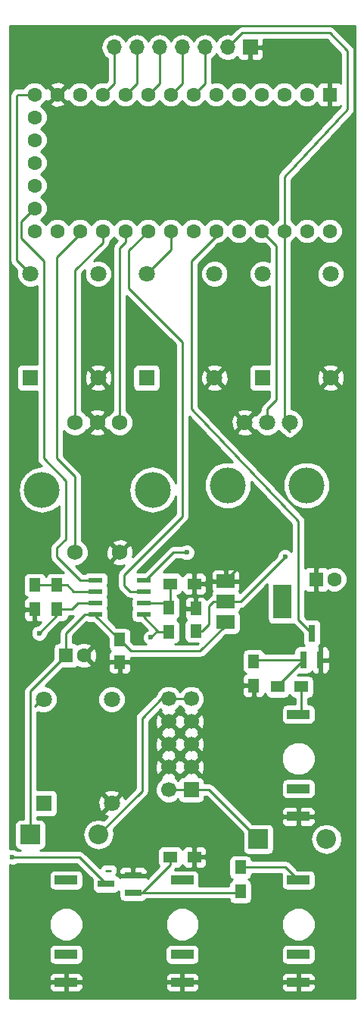
<source format=gbr>
G04 #@! TF.FileFunction,Copper,L1,Top,Signal*
%FSLAX46Y46*%
G04 Gerber Fmt 4.6, Leading zero omitted, Abs format (unit mm)*
G04 Created by KiCad (PCBNEW 4.0.7) date 11/03/18 15:49:09*
%MOMM*%
%LPD*%
G01*
G04 APERTURE LIST*
%ADD10C,0.100000*%
%ADD11R,1.700000X1.700000*%
%ADD12C,1.700000*%
%ADD13C,1.800000*%
%ADD14R,1.800000X1.800000*%
%ADD15O,1.700000X1.700000*%
%ADD16C,1.750000*%
%ADD17O,4.000000X4.000000*%
%ADD18C,1.600000*%
%ADD19R,1.600000X1.600000*%
%ADD20C,4.000000*%
%ADD21R,2.200000X2.200000*%
%ADD22O,2.200000X2.200000*%
%ADD23R,1.500000X1.300000*%
%ADD24R,1.300000X1.500000*%
%ADD25R,1.900000X0.800000*%
%ADD26R,0.800000X1.900000*%
%ADD27R,2.000000X3.800000*%
%ADD28R,2.000000X1.500000*%
%ADD29R,1.550000X0.600000*%
%ADD30R,1.250000X1.500000*%
%ADD31R,2.500000X1.000000*%
%ADD32C,0.600000*%
%ADD33C,0.250000*%
%ADD34C,0.254000*%
G04 APERTURE END LIST*
D10*
D11*
X124000000Y-135000000D03*
D12*
X121460000Y-135000000D03*
X124000000Y-132460000D03*
X121460000Y-132460000D03*
X124000000Y-129920000D03*
X121460000Y-129920000D03*
X124000000Y-127380000D03*
X121460000Y-127380000D03*
X124000000Y-124840000D03*
X121460000Y-124840000D03*
D13*
X115100000Y-136500000D03*
X115100000Y-124900000D03*
D14*
X107500000Y-136500000D03*
D13*
X107500000Y-124900000D03*
D11*
X130620000Y-52120000D03*
D15*
X128080000Y-52120000D03*
X125540000Y-52120000D03*
X123000000Y-52120000D03*
X120460000Y-52120000D03*
X117920000Y-52120000D03*
X115380000Y-52120000D03*
D13*
X126600000Y-89000000D03*
X126600000Y-77400000D03*
D14*
X119000000Y-89000000D03*
D13*
X119000000Y-77400000D03*
X113600000Y-89000000D03*
X113600000Y-77400000D03*
D14*
X106000000Y-89000000D03*
D13*
X106000000Y-77400000D03*
X139600000Y-89000000D03*
X139600000Y-77400000D03*
D14*
X132000000Y-89000000D03*
D13*
X132000000Y-77400000D03*
D16*
X111000000Y-94000000D03*
X116000000Y-94000000D03*
X113500000Y-94000000D03*
X116000000Y-108500000D03*
X111000000Y-108500000D03*
D17*
X119700000Y-101500000D03*
X107300000Y-101500000D03*
D18*
X106490000Y-65000000D03*
X106490000Y-67540000D03*
X106490000Y-70080000D03*
X106490000Y-72620000D03*
X106490000Y-62460000D03*
X106490000Y-59920000D03*
X106490000Y-57380000D03*
X109030000Y-72620000D03*
X111570000Y-72620000D03*
X114110000Y-72620000D03*
X116650000Y-72620000D03*
X119190000Y-72620000D03*
X121730000Y-72620000D03*
X124270000Y-72620000D03*
X126810000Y-72620000D03*
X129350000Y-72620000D03*
X131890000Y-72620000D03*
X134430000Y-72620000D03*
X136970000Y-72620000D03*
X139510000Y-72620000D03*
X109030000Y-57380000D03*
X111570000Y-57380000D03*
X114110000Y-57380000D03*
X116650000Y-57380000D03*
X119190000Y-57380000D03*
X121730000Y-57380000D03*
X124270000Y-57380000D03*
X126810000Y-57380000D03*
X129350000Y-57380000D03*
X131890000Y-57380000D03*
X134430000Y-57380000D03*
X136970000Y-57380000D03*
D19*
X139510000Y-57380000D03*
D13*
X130000000Y-94000000D03*
X132500000Y-94000000D03*
X135000000Y-94000000D03*
D20*
X128100000Y-101000000D03*
X136900000Y-101000000D03*
D21*
X131500000Y-140500000D03*
D22*
X139120000Y-140500000D03*
D21*
X106000000Y-140000000D03*
D22*
X113620000Y-140000000D03*
D19*
X138000000Y-111500000D03*
D18*
X140000000Y-111500000D03*
D19*
X110000000Y-120000000D03*
D18*
X112000000Y-120000000D03*
D23*
X121650000Y-142500000D03*
X124350000Y-142500000D03*
X133650000Y-123500000D03*
X136350000Y-123500000D03*
D24*
X131000000Y-120650000D03*
X131000000Y-123350000D03*
D23*
X124350000Y-112000000D03*
X121650000Y-112000000D03*
D24*
X106500000Y-114850000D03*
X106500000Y-112150000D03*
X121500000Y-117350000D03*
X121500000Y-114650000D03*
X109000000Y-114850000D03*
X109000000Y-112150000D03*
X129500000Y-146350000D03*
X129500000Y-143650000D03*
D25*
X117500000Y-146450000D03*
X117500000Y-144550000D03*
X114500000Y-145500000D03*
D26*
X136550000Y-120500000D03*
X138450000Y-120500000D03*
X137500000Y-117500000D03*
D27*
X134150000Y-114000000D03*
D28*
X127850000Y-114000000D03*
X127850000Y-116300000D03*
X127850000Y-111700000D03*
D29*
X118700000Y-115405000D03*
X118700000Y-114135000D03*
X118700000Y-112865000D03*
X118700000Y-111595000D03*
X113300000Y-111595000D03*
X113300000Y-112865000D03*
X113300000Y-114135000D03*
X113300000Y-115405000D03*
D30*
X116000000Y-118250000D03*
X116000000Y-120750000D03*
X124500000Y-117250000D03*
X124500000Y-114750000D03*
D31*
X123000000Y-145080000D03*
X123000000Y-153380000D03*
X123000000Y-156480000D03*
X136000000Y-145080000D03*
X136000000Y-153380000D03*
X136000000Y-156480000D03*
X136000000Y-126580000D03*
X136000000Y-134880000D03*
X136000000Y-137980000D03*
X110000000Y-145080000D03*
X110000000Y-153380000D03*
X110000000Y-156480000D03*
D32*
X104000000Y-142500000D03*
X130000000Y-109500000D03*
X123500000Y-108500000D03*
X134500000Y-109000000D03*
X119500000Y-118000000D03*
X107000000Y-117500000D03*
D33*
X115000000Y-144000000D02*
X114500000Y-144000000D01*
X114500000Y-145500000D02*
X111500000Y-142500000D01*
X111500000Y-142500000D02*
X111500000Y-142500000D01*
X111500000Y-142500000D02*
X111500000Y-142500000D01*
X111500000Y-142500000D02*
X104000000Y-142500000D01*
X130000000Y-109500000D02*
X127850000Y-111650000D01*
X127850000Y-111650000D02*
X127850000Y-111700000D01*
X124000000Y-111750000D02*
X124250000Y-111750000D01*
X107070000Y-125080000D02*
X106500000Y-125650000D01*
X106000000Y-140000000D02*
X106000000Y-124000000D01*
X106000000Y-124000000D02*
X110000000Y-120000000D01*
X127850000Y-116300000D02*
X127850000Y-116650000D01*
X127850000Y-116650000D02*
X125000000Y-119500000D01*
X125000000Y-119500000D02*
X117250000Y-119500000D01*
X117250000Y-119500000D02*
X116000000Y-118250000D01*
X113300000Y-115405000D02*
X112095000Y-115405000D01*
X110000000Y-117500000D02*
X110000000Y-120000000D01*
X112095000Y-115405000D02*
X110000000Y-117500000D01*
X113300000Y-115405000D02*
X113300000Y-115550000D01*
X113300000Y-115550000D02*
X115750000Y-118000000D01*
X110000000Y-120000000D02*
X109500000Y-120000000D01*
X122000000Y-108500000D02*
X118905000Y-111595000D01*
X123500000Y-108500000D02*
X122000000Y-108500000D01*
X118905000Y-111595000D02*
X118700000Y-111595000D01*
X124500000Y-117250000D02*
X125250000Y-117250000D01*
X126500000Y-114000000D02*
X127850000Y-114000000D01*
X126000000Y-114500000D02*
X126500000Y-114000000D01*
X126000000Y-116500000D02*
X126000000Y-114500000D01*
X125250000Y-117250000D02*
X126000000Y-116500000D01*
X129500000Y-114000000D02*
X127850000Y-114000000D01*
X134500000Y-109000000D02*
X129500000Y-114000000D01*
X121460000Y-124840000D02*
X120660000Y-124840000D01*
X120660000Y-124840000D02*
X118500000Y-127000000D01*
X118500000Y-135120000D02*
X113620000Y-140000000D01*
X118500000Y-127000000D02*
X118500000Y-135120000D01*
X121460000Y-124840000D02*
X124000000Y-124840000D01*
X121460000Y-135000000D02*
X124000000Y-135000000D01*
X124000000Y-135000000D02*
X126000000Y-135000000D01*
X126000000Y-135000000D02*
X131500000Y-140500000D01*
X120250000Y-117250000D02*
X119500000Y-118000000D01*
X118700000Y-115405000D02*
X118700000Y-115700000D01*
X118700000Y-115700000D02*
X120250000Y-117250000D01*
X120250000Y-117250000D02*
X120350000Y-117350000D01*
X120350000Y-117350000D02*
X121500000Y-117350000D01*
X118700000Y-115405000D02*
X118905000Y-115405000D01*
X109000000Y-114850000D02*
X109000000Y-115500000D01*
X109000000Y-115500000D02*
X107000000Y-117500000D01*
X109000000Y-114850000D02*
X109000000Y-115000000D01*
X109000000Y-114850000D02*
X110650000Y-114850000D01*
X111365000Y-114135000D02*
X113300000Y-114135000D01*
X110650000Y-114850000D02*
X111365000Y-114135000D01*
X121650000Y-112000000D02*
X121650000Y-114500000D01*
X121650000Y-114500000D02*
X121500000Y-114650000D01*
X118700000Y-114135000D02*
X120985000Y-114135000D01*
X120985000Y-114135000D02*
X121500000Y-114650000D01*
X109000000Y-112150000D02*
X110150000Y-112150000D01*
X110865000Y-112865000D02*
X113300000Y-112865000D01*
X110150000Y-112150000D02*
X110865000Y-112865000D01*
X106500000Y-112150000D02*
X109000000Y-112150000D01*
X141500000Y-59000000D02*
X141500000Y-52500000D01*
X134430000Y-66570000D02*
X141500000Y-59000000D01*
X134430000Y-72620000D02*
X134430000Y-66570000D01*
X129700000Y-50500000D02*
X128080000Y-52120000D01*
X139500000Y-50500000D02*
X129700000Y-50500000D01*
X141500000Y-52500000D02*
X139500000Y-50500000D01*
X134430000Y-72620000D02*
X134430000Y-94430000D01*
X134430000Y-94430000D02*
X135000000Y-95000000D01*
X106490000Y-70080000D02*
X106420000Y-70080000D01*
X106420000Y-70080000D02*
X104950002Y-71549998D01*
X111595000Y-111595000D02*
X113300000Y-111595000D01*
X109000000Y-109000000D02*
X111595000Y-111595000D01*
X109000000Y-108000000D02*
X109000000Y-109000000D01*
X110000000Y-107000000D02*
X109000000Y-108000000D01*
X110000000Y-100500000D02*
X110000000Y-107000000D01*
X107500000Y-98000000D02*
X110000000Y-100500000D01*
X107500000Y-76000000D02*
X107500000Y-98000000D01*
X104950002Y-73450002D02*
X107500000Y-76000000D01*
X104950002Y-71549998D02*
X104950002Y-73450002D01*
X118700000Y-112865000D02*
X117135000Y-112865000D01*
X117000000Y-74810000D02*
X119190000Y-72620000D01*
X117000000Y-79000000D02*
X117000000Y-74810000D01*
X123000000Y-85000000D02*
X117000000Y-79000000D01*
X123000000Y-104500000D02*
X123000000Y-85000000D01*
X116500000Y-111000000D02*
X123000000Y-104500000D01*
X116500000Y-112230000D02*
X116500000Y-111000000D01*
X117135000Y-112865000D02*
X116500000Y-112230000D01*
X118135000Y-112865000D02*
X118000000Y-112730000D01*
X125540000Y-52120000D02*
X125540000Y-56110000D01*
X125540000Y-56110000D02*
X124270000Y-57380000D01*
X125540000Y-52380000D02*
X125540000Y-52460000D01*
X123000000Y-52120000D02*
X123000000Y-56110000D01*
X123000000Y-56110000D02*
X121730000Y-57380000D01*
X123000000Y-52380000D02*
X123000000Y-53000000D01*
X115380000Y-52120000D02*
X115380000Y-56110000D01*
X115380000Y-56110000D02*
X114110000Y-57380000D01*
X120460000Y-52120000D02*
X120460000Y-56110000D01*
X120460000Y-56110000D02*
X119190000Y-57380000D01*
X117920000Y-52120000D02*
X117920000Y-56110000D01*
X117920000Y-56110000D02*
X116650000Y-57380000D01*
X116650000Y-72620000D02*
X116650000Y-73850000D01*
X116000000Y-74500000D02*
X116000000Y-94000000D01*
X116650000Y-73850000D02*
X116000000Y-74500000D01*
X114110000Y-72620000D02*
X114110000Y-73890000D01*
X111000000Y-77000000D02*
X111000000Y-94000000D01*
X114110000Y-73890000D02*
X111000000Y-77000000D01*
X111570000Y-72620000D02*
X111570000Y-72930000D01*
X111570000Y-72930000D02*
X109000000Y-75500000D01*
X109000000Y-75500000D02*
X109000000Y-98000000D01*
X109000000Y-98000000D02*
X111000000Y-100000000D01*
X111000000Y-100000000D02*
X111000000Y-108500000D01*
X129500000Y-143650000D02*
X134570000Y-143650000D01*
X134570000Y-143650000D02*
X136000000Y-145080000D01*
X136350000Y-123500000D02*
X136350000Y-126230000D01*
X136350000Y-126230000D02*
X136000000Y-126580000D01*
X132500000Y-94000000D02*
X132500000Y-92500000D01*
X133500000Y-74230000D02*
X131890000Y-72620000D01*
X133500000Y-91500000D02*
X133500000Y-74230000D01*
X132500000Y-92500000D02*
X133500000Y-91500000D01*
X131890000Y-72620000D02*
X131890000Y-72890000D01*
X136000000Y-116000000D02*
X137500000Y-117500000D01*
X124000000Y-76000000D02*
X126810000Y-73190000D01*
X124000000Y-92500000D02*
X124000000Y-76000000D01*
X136000000Y-105000000D02*
X124000000Y-92500000D01*
X136000000Y-116000000D02*
X136000000Y-116000000D01*
X136000000Y-116000000D02*
X136000000Y-105000000D01*
X126810000Y-73190000D02*
X126810000Y-72620000D01*
X121730000Y-72620000D02*
X121730000Y-74670000D01*
X121730000Y-74670000D02*
X119000000Y-77400000D01*
X106490000Y-57380000D02*
X104620000Y-57380000D01*
X104620000Y-57380000D02*
X104500000Y-57500000D01*
X104500000Y-75900000D02*
X106000000Y-77400000D01*
X104500000Y-57500000D02*
X104500000Y-75900000D01*
X121650000Y-142500000D02*
X121650000Y-143350000D01*
X121650000Y-143350000D02*
X118550000Y-146450000D01*
X117500000Y-146450000D02*
X118550000Y-146450000D01*
X118550000Y-146450000D02*
X129400000Y-146450000D01*
X129400000Y-146450000D02*
X129500000Y-146350000D01*
X121650000Y-142750000D02*
X121650000Y-142500000D01*
X133650000Y-123500000D02*
X133650000Y-123400000D01*
X133650000Y-123400000D02*
X136550000Y-120500000D01*
X136550000Y-120500000D02*
X131150000Y-120500000D01*
X136550000Y-120500000D02*
X136400000Y-120650000D01*
D34*
G36*
X142290000Y-158290000D02*
X103710000Y-158290000D01*
X103710000Y-156765750D01*
X108115000Y-156765750D01*
X108115000Y-157106310D01*
X108211673Y-157339699D01*
X108390302Y-157518327D01*
X108623691Y-157615000D01*
X109714250Y-157615000D01*
X109873000Y-157456250D01*
X109873000Y-156607000D01*
X110127000Y-156607000D01*
X110127000Y-157456250D01*
X110285750Y-157615000D01*
X111376309Y-157615000D01*
X111609698Y-157518327D01*
X111788327Y-157339699D01*
X111885000Y-157106310D01*
X111885000Y-156765750D01*
X121115000Y-156765750D01*
X121115000Y-157106310D01*
X121211673Y-157339699D01*
X121390302Y-157518327D01*
X121623691Y-157615000D01*
X122714250Y-157615000D01*
X122873000Y-157456250D01*
X122873000Y-156607000D01*
X123127000Y-156607000D01*
X123127000Y-157456250D01*
X123285750Y-157615000D01*
X124376309Y-157615000D01*
X124609698Y-157518327D01*
X124788327Y-157339699D01*
X124885000Y-157106310D01*
X124885000Y-156765750D01*
X134115000Y-156765750D01*
X134115000Y-157106310D01*
X134211673Y-157339699D01*
X134390302Y-157518327D01*
X134623691Y-157615000D01*
X135714250Y-157615000D01*
X135873000Y-157456250D01*
X135873000Y-156607000D01*
X136127000Y-156607000D01*
X136127000Y-157456250D01*
X136285750Y-157615000D01*
X137376309Y-157615000D01*
X137609698Y-157518327D01*
X137788327Y-157339699D01*
X137885000Y-157106310D01*
X137885000Y-156765750D01*
X137726250Y-156607000D01*
X136127000Y-156607000D01*
X135873000Y-156607000D01*
X134273750Y-156607000D01*
X134115000Y-156765750D01*
X124885000Y-156765750D01*
X124726250Y-156607000D01*
X123127000Y-156607000D01*
X122873000Y-156607000D01*
X121273750Y-156607000D01*
X121115000Y-156765750D01*
X111885000Y-156765750D01*
X111726250Y-156607000D01*
X110127000Y-156607000D01*
X109873000Y-156607000D01*
X108273750Y-156607000D01*
X108115000Y-156765750D01*
X103710000Y-156765750D01*
X103710000Y-155853690D01*
X108115000Y-155853690D01*
X108115000Y-156194250D01*
X108273750Y-156353000D01*
X109873000Y-156353000D01*
X109873000Y-155503750D01*
X110127000Y-155503750D01*
X110127000Y-156353000D01*
X111726250Y-156353000D01*
X111885000Y-156194250D01*
X111885000Y-155853690D01*
X121115000Y-155853690D01*
X121115000Y-156194250D01*
X121273750Y-156353000D01*
X122873000Y-156353000D01*
X122873000Y-155503750D01*
X123127000Y-155503750D01*
X123127000Y-156353000D01*
X124726250Y-156353000D01*
X124885000Y-156194250D01*
X124885000Y-155853690D01*
X134115000Y-155853690D01*
X134115000Y-156194250D01*
X134273750Y-156353000D01*
X135873000Y-156353000D01*
X135873000Y-155503750D01*
X136127000Y-155503750D01*
X136127000Y-156353000D01*
X137726250Y-156353000D01*
X137885000Y-156194250D01*
X137885000Y-155853690D01*
X137788327Y-155620301D01*
X137609698Y-155441673D01*
X137376309Y-155345000D01*
X136285750Y-155345000D01*
X136127000Y-155503750D01*
X135873000Y-155503750D01*
X135714250Y-155345000D01*
X134623691Y-155345000D01*
X134390302Y-155441673D01*
X134211673Y-155620301D01*
X134115000Y-155853690D01*
X124885000Y-155853690D01*
X124788327Y-155620301D01*
X124609698Y-155441673D01*
X124376309Y-155345000D01*
X123285750Y-155345000D01*
X123127000Y-155503750D01*
X122873000Y-155503750D01*
X122714250Y-155345000D01*
X121623691Y-155345000D01*
X121390302Y-155441673D01*
X121211673Y-155620301D01*
X121115000Y-155853690D01*
X111885000Y-155853690D01*
X111788327Y-155620301D01*
X111609698Y-155441673D01*
X111376309Y-155345000D01*
X110285750Y-155345000D01*
X110127000Y-155503750D01*
X109873000Y-155503750D01*
X109714250Y-155345000D01*
X108623691Y-155345000D01*
X108390302Y-155441673D01*
X108211673Y-155620301D01*
X108115000Y-155853690D01*
X103710000Y-155853690D01*
X103710000Y-152880000D01*
X108102560Y-152880000D01*
X108102560Y-153880000D01*
X108146838Y-154115317D01*
X108285910Y-154331441D01*
X108498110Y-154476431D01*
X108750000Y-154527440D01*
X111250000Y-154527440D01*
X111485317Y-154483162D01*
X111701441Y-154344090D01*
X111846431Y-154131890D01*
X111897440Y-153880000D01*
X111897440Y-152880000D01*
X121102560Y-152880000D01*
X121102560Y-153880000D01*
X121146838Y-154115317D01*
X121285910Y-154331441D01*
X121498110Y-154476431D01*
X121750000Y-154527440D01*
X124250000Y-154527440D01*
X124485317Y-154483162D01*
X124701441Y-154344090D01*
X124846431Y-154131890D01*
X124897440Y-153880000D01*
X124897440Y-152880000D01*
X134102560Y-152880000D01*
X134102560Y-153880000D01*
X134146838Y-154115317D01*
X134285910Y-154331441D01*
X134498110Y-154476431D01*
X134750000Y-154527440D01*
X137250000Y-154527440D01*
X137485317Y-154483162D01*
X137701441Y-154344090D01*
X137846431Y-154131890D01*
X137897440Y-153880000D01*
X137897440Y-152880000D01*
X137853162Y-152644683D01*
X137714090Y-152428559D01*
X137501890Y-152283569D01*
X137250000Y-152232560D01*
X134750000Y-152232560D01*
X134514683Y-152276838D01*
X134298559Y-152415910D01*
X134153569Y-152628110D01*
X134102560Y-152880000D01*
X124897440Y-152880000D01*
X124853162Y-152644683D01*
X124714090Y-152428559D01*
X124501890Y-152283569D01*
X124250000Y-152232560D01*
X121750000Y-152232560D01*
X121514683Y-152276838D01*
X121298559Y-152415910D01*
X121153569Y-152628110D01*
X121102560Y-152880000D01*
X111897440Y-152880000D01*
X111853162Y-152644683D01*
X111714090Y-152428559D01*
X111501890Y-152283569D01*
X111250000Y-152232560D01*
X108750000Y-152232560D01*
X108514683Y-152276838D01*
X108298559Y-152415910D01*
X108153569Y-152628110D01*
X108102560Y-152880000D01*
X103710000Y-152880000D01*
X103710000Y-150373305D01*
X108114674Y-150373305D01*
X108401043Y-151066372D01*
X108930839Y-151597093D01*
X109623405Y-151884672D01*
X110373305Y-151885326D01*
X111066372Y-151598957D01*
X111597093Y-151069161D01*
X111884672Y-150376595D01*
X111884674Y-150373305D01*
X121114674Y-150373305D01*
X121401043Y-151066372D01*
X121930839Y-151597093D01*
X122623405Y-151884672D01*
X123373305Y-151885326D01*
X124066372Y-151598957D01*
X124597093Y-151069161D01*
X124884672Y-150376595D01*
X124884674Y-150373305D01*
X134114674Y-150373305D01*
X134401043Y-151066372D01*
X134930839Y-151597093D01*
X135623405Y-151884672D01*
X136373305Y-151885326D01*
X137066372Y-151598957D01*
X137597093Y-151069161D01*
X137884672Y-150376595D01*
X137885326Y-149626695D01*
X137598957Y-148933628D01*
X137069161Y-148402907D01*
X136376595Y-148115328D01*
X135626695Y-148114674D01*
X134933628Y-148401043D01*
X134402907Y-148930839D01*
X134115328Y-149623405D01*
X134114674Y-150373305D01*
X124884674Y-150373305D01*
X124885326Y-149626695D01*
X124598957Y-148933628D01*
X124069161Y-148402907D01*
X123376595Y-148115328D01*
X122626695Y-148114674D01*
X121933628Y-148401043D01*
X121402907Y-148930839D01*
X121115328Y-149623405D01*
X121114674Y-150373305D01*
X111884674Y-150373305D01*
X111885326Y-149626695D01*
X111598957Y-148933628D01*
X111069161Y-148402907D01*
X110376595Y-148115328D01*
X109626695Y-148114674D01*
X108933628Y-148401043D01*
X108402907Y-148930839D01*
X108115328Y-149623405D01*
X108114674Y-150373305D01*
X103710000Y-150373305D01*
X103710000Y-144580000D01*
X108102560Y-144580000D01*
X108102560Y-145580000D01*
X108146838Y-145815317D01*
X108285910Y-146031441D01*
X108498110Y-146176431D01*
X108750000Y-146227440D01*
X111250000Y-146227440D01*
X111485317Y-146183162D01*
X111701441Y-146044090D01*
X111846431Y-145831890D01*
X111897440Y-145580000D01*
X111897440Y-144580000D01*
X111853162Y-144344683D01*
X111714090Y-144128559D01*
X111501890Y-143983569D01*
X111250000Y-143932560D01*
X108750000Y-143932560D01*
X108514683Y-143976838D01*
X108298559Y-144115910D01*
X108153569Y-144328110D01*
X108102560Y-144580000D01*
X103710000Y-144580000D01*
X103710000Y-143391985D01*
X103813201Y-143434838D01*
X104185167Y-143435162D01*
X104528943Y-143293117D01*
X104562118Y-143260000D01*
X111185198Y-143260000D01*
X112923213Y-144998015D01*
X112902560Y-145100000D01*
X112902560Y-145900000D01*
X112946838Y-146135317D01*
X113085910Y-146351441D01*
X113298110Y-146496431D01*
X113550000Y-146547440D01*
X115450000Y-146547440D01*
X115685317Y-146503162D01*
X115901441Y-146364090D01*
X115902560Y-146362452D01*
X115902560Y-146850000D01*
X115946838Y-147085317D01*
X116085910Y-147301441D01*
X116298110Y-147446431D01*
X116550000Y-147497440D01*
X118450000Y-147497440D01*
X118685317Y-147453162D01*
X118901441Y-147314090D01*
X118972563Y-147210000D01*
X128223258Y-147210000D01*
X128246838Y-147335317D01*
X128385910Y-147551441D01*
X128598110Y-147696431D01*
X128850000Y-147747440D01*
X130150000Y-147747440D01*
X130385317Y-147703162D01*
X130601441Y-147564090D01*
X130746431Y-147351890D01*
X130797440Y-147100000D01*
X130797440Y-145600000D01*
X130753162Y-145364683D01*
X130614090Y-145148559D01*
X130401890Y-145003569D01*
X130388803Y-145000919D01*
X130601441Y-144864090D01*
X130746431Y-144651890D01*
X130795415Y-144410000D01*
X134136986Y-144410000D01*
X134102560Y-144580000D01*
X134102560Y-145580000D01*
X134146838Y-145815317D01*
X134285910Y-146031441D01*
X134498110Y-146176431D01*
X134750000Y-146227440D01*
X137250000Y-146227440D01*
X137485317Y-146183162D01*
X137701441Y-146044090D01*
X137846431Y-145831890D01*
X137897440Y-145580000D01*
X137897440Y-144580000D01*
X137853162Y-144344683D01*
X137714090Y-144128559D01*
X137501890Y-143983569D01*
X137250000Y-143932560D01*
X135927362Y-143932560D01*
X135107401Y-143112599D01*
X134860839Y-142947852D01*
X134570000Y-142890000D01*
X130795558Y-142890000D01*
X130753162Y-142664683D01*
X130614090Y-142448559D01*
X130401890Y-142303569D01*
X130150000Y-142252560D01*
X128850000Y-142252560D01*
X128614683Y-142296838D01*
X128398559Y-142435910D01*
X128253569Y-142648110D01*
X128202560Y-142900000D01*
X128202560Y-144400000D01*
X128246838Y-144635317D01*
X128385910Y-144851441D01*
X128598110Y-144996431D01*
X128611197Y-144999081D01*
X128398559Y-145135910D01*
X128253569Y-145348110D01*
X128202560Y-145600000D01*
X128202560Y-145690000D01*
X124875164Y-145690000D01*
X124897440Y-145580000D01*
X124897440Y-144580000D01*
X124853162Y-144344683D01*
X124714090Y-144128559D01*
X124501890Y-143983569D01*
X124250000Y-143932560D01*
X122142242Y-143932560D01*
X122187401Y-143887401D01*
X122247511Y-143797440D01*
X122400000Y-143797440D01*
X122635317Y-143753162D01*
X122851441Y-143614090D01*
X122996431Y-143401890D01*
X123003191Y-143368510D01*
X123061673Y-143509699D01*
X123240302Y-143688327D01*
X123473691Y-143785000D01*
X124064250Y-143785000D01*
X124223000Y-143626250D01*
X124223000Y-142627000D01*
X124477000Y-142627000D01*
X124477000Y-143626250D01*
X124635750Y-143785000D01*
X125226309Y-143785000D01*
X125459698Y-143688327D01*
X125638327Y-143509699D01*
X125735000Y-143276310D01*
X125735000Y-142785750D01*
X125576250Y-142627000D01*
X124477000Y-142627000D01*
X124223000Y-142627000D01*
X124203000Y-142627000D01*
X124203000Y-142373000D01*
X124223000Y-142373000D01*
X124223000Y-141373750D01*
X124477000Y-141373750D01*
X124477000Y-142373000D01*
X125576250Y-142373000D01*
X125735000Y-142214250D01*
X125735000Y-141723690D01*
X125638327Y-141490301D01*
X125459698Y-141311673D01*
X125226309Y-141215000D01*
X124635750Y-141215000D01*
X124477000Y-141373750D01*
X124223000Y-141373750D01*
X124064250Y-141215000D01*
X123473691Y-141215000D01*
X123240302Y-141311673D01*
X123061673Y-141490301D01*
X123005346Y-141626287D01*
X123003162Y-141614683D01*
X122864090Y-141398559D01*
X122651890Y-141253569D01*
X122400000Y-141202560D01*
X120900000Y-141202560D01*
X120664683Y-141246838D01*
X120448559Y-141385910D01*
X120303569Y-141598110D01*
X120252560Y-141850000D01*
X120252560Y-143150000D01*
X120296838Y-143385317D01*
X120391998Y-143533200D01*
X119085000Y-144840198D01*
X119085000Y-144835750D01*
X118926250Y-144677000D01*
X117627000Y-144677000D01*
X117627000Y-144697000D01*
X117373000Y-144697000D01*
X117373000Y-144677000D01*
X116073750Y-144677000D01*
X115987738Y-144763012D01*
X115914090Y-144648559D01*
X115701890Y-144503569D01*
X115576917Y-144478261D01*
X115702148Y-144290839D01*
X115755287Y-144023690D01*
X115915000Y-144023690D01*
X115915000Y-144264250D01*
X116073750Y-144423000D01*
X117373000Y-144423000D01*
X117373000Y-143673750D01*
X117627000Y-143673750D01*
X117627000Y-144423000D01*
X118926250Y-144423000D01*
X119085000Y-144264250D01*
X119085000Y-144023690D01*
X118988327Y-143790301D01*
X118809698Y-143611673D01*
X118576309Y-143515000D01*
X117785750Y-143515000D01*
X117627000Y-143673750D01*
X117373000Y-143673750D01*
X117214250Y-143515000D01*
X116423691Y-143515000D01*
X116190302Y-143611673D01*
X116011673Y-143790301D01*
X115915000Y-144023690D01*
X115755287Y-144023690D01*
X115760000Y-144000000D01*
X115702148Y-143709161D01*
X115537401Y-143462599D01*
X115290839Y-143297852D01*
X115000000Y-143240000D01*
X114500000Y-143240000D01*
X114209161Y-143297852D01*
X113962599Y-143462599D01*
X113797852Y-143709161D01*
X113795548Y-143720746D01*
X112037401Y-141962599D01*
X111790839Y-141797852D01*
X111500000Y-141740000D01*
X107139540Y-141740000D01*
X107335317Y-141703162D01*
X107551441Y-141564090D01*
X107696431Y-141351890D01*
X107747440Y-141100000D01*
X107747440Y-140000000D01*
X111851009Y-140000000D01*
X111983078Y-140663956D01*
X112359179Y-141226830D01*
X112922053Y-141602931D01*
X113586009Y-141735000D01*
X113653991Y-141735000D01*
X114317947Y-141602931D01*
X114880821Y-141226830D01*
X115256922Y-140663956D01*
X115388991Y-140000000D01*
X115273818Y-139420984D01*
X119037401Y-135657401D01*
X119202148Y-135410840D01*
X119225371Y-135294089D01*
X119974743Y-135294089D01*
X120200344Y-135840086D01*
X120617717Y-136258188D01*
X121163319Y-136484742D01*
X121754089Y-136485257D01*
X122300086Y-136259656D01*
X122535435Y-136024717D01*
X122546838Y-136085317D01*
X122685910Y-136301441D01*
X122898110Y-136446431D01*
X123150000Y-136497440D01*
X124850000Y-136497440D01*
X125085317Y-136453162D01*
X125301441Y-136314090D01*
X125446431Y-136101890D01*
X125497440Y-135850000D01*
X125497440Y-135760000D01*
X125685198Y-135760000D01*
X129752560Y-139827362D01*
X129752560Y-141600000D01*
X129796838Y-141835317D01*
X129935910Y-142051441D01*
X130148110Y-142196431D01*
X130400000Y-142247440D01*
X132600000Y-142247440D01*
X132835317Y-142203162D01*
X133051441Y-142064090D01*
X133196431Y-141851890D01*
X133247440Y-141600000D01*
X133247440Y-140500000D01*
X137351009Y-140500000D01*
X137483078Y-141163956D01*
X137859179Y-141726830D01*
X138422053Y-142102931D01*
X139086009Y-142235000D01*
X139153991Y-142235000D01*
X139817947Y-142102931D01*
X140380821Y-141726830D01*
X140756922Y-141163956D01*
X140888991Y-140500000D01*
X140756922Y-139836044D01*
X140380821Y-139273170D01*
X139817947Y-138897069D01*
X139153991Y-138765000D01*
X139086009Y-138765000D01*
X138422053Y-138897069D01*
X137859179Y-139273170D01*
X137483078Y-139836044D01*
X137351009Y-140500000D01*
X133247440Y-140500000D01*
X133247440Y-139400000D01*
X133203162Y-139164683D01*
X133064090Y-138948559D01*
X132851890Y-138803569D01*
X132600000Y-138752560D01*
X130827362Y-138752560D01*
X130340552Y-138265750D01*
X134115000Y-138265750D01*
X134115000Y-138606310D01*
X134211673Y-138839699D01*
X134390302Y-139018327D01*
X134623691Y-139115000D01*
X135714250Y-139115000D01*
X135873000Y-138956250D01*
X135873000Y-138107000D01*
X136127000Y-138107000D01*
X136127000Y-138956250D01*
X136285750Y-139115000D01*
X137376309Y-139115000D01*
X137609698Y-139018327D01*
X137788327Y-138839699D01*
X137885000Y-138606310D01*
X137885000Y-138265750D01*
X137726250Y-138107000D01*
X136127000Y-138107000D01*
X135873000Y-138107000D01*
X134273750Y-138107000D01*
X134115000Y-138265750D01*
X130340552Y-138265750D01*
X129428492Y-137353690D01*
X134115000Y-137353690D01*
X134115000Y-137694250D01*
X134273750Y-137853000D01*
X135873000Y-137853000D01*
X135873000Y-137003750D01*
X136127000Y-137003750D01*
X136127000Y-137853000D01*
X137726250Y-137853000D01*
X137885000Y-137694250D01*
X137885000Y-137353690D01*
X137788327Y-137120301D01*
X137609698Y-136941673D01*
X137376309Y-136845000D01*
X136285750Y-136845000D01*
X136127000Y-137003750D01*
X135873000Y-137003750D01*
X135714250Y-136845000D01*
X134623691Y-136845000D01*
X134390302Y-136941673D01*
X134211673Y-137120301D01*
X134115000Y-137353690D01*
X129428492Y-137353690D01*
X126537401Y-134462599D01*
X126413783Y-134380000D01*
X134102560Y-134380000D01*
X134102560Y-135380000D01*
X134146838Y-135615317D01*
X134285910Y-135831441D01*
X134498110Y-135976431D01*
X134750000Y-136027440D01*
X137250000Y-136027440D01*
X137485317Y-135983162D01*
X137701441Y-135844090D01*
X137846431Y-135631890D01*
X137897440Y-135380000D01*
X137897440Y-134380000D01*
X137853162Y-134144683D01*
X137714090Y-133928559D01*
X137501890Y-133783569D01*
X137250000Y-133732560D01*
X134750000Y-133732560D01*
X134514683Y-133776838D01*
X134298559Y-133915910D01*
X134153569Y-134128110D01*
X134102560Y-134380000D01*
X126413783Y-134380000D01*
X126290839Y-134297852D01*
X126000000Y-134240000D01*
X125497440Y-134240000D01*
X125497440Y-134150000D01*
X125453162Y-133914683D01*
X125314090Y-133698559D01*
X125101890Y-133553569D01*
X124863900Y-133505375D01*
X124864353Y-133503958D01*
X124000000Y-132639605D01*
X123135647Y-133503958D01*
X123136040Y-133505187D01*
X122914683Y-133546838D01*
X122698559Y-133685910D01*
X122553569Y-133898110D01*
X122537504Y-133977443D01*
X122302283Y-133741812D01*
X122254688Y-133722049D01*
X122324353Y-133503958D01*
X121460000Y-132639605D01*
X120595647Y-133503958D01*
X120665181Y-133721640D01*
X120619914Y-133740344D01*
X120201812Y-134157717D01*
X119975258Y-134703319D01*
X119974743Y-135294089D01*
X119225371Y-135294089D01*
X119260000Y-135120000D01*
X119260000Y-132231279D01*
X119963282Y-132231279D01*
X119989685Y-132821458D01*
X120164741Y-133244080D01*
X120416042Y-133324353D01*
X121280395Y-132460000D01*
X121639605Y-132460000D01*
X122503958Y-133324353D01*
X122730000Y-133252148D01*
X122956042Y-133324353D01*
X123820395Y-132460000D01*
X124179605Y-132460000D01*
X125043958Y-133324353D01*
X125295259Y-133244080D01*
X125496718Y-132688721D01*
X125470315Y-132098542D01*
X125377019Y-131873305D01*
X134114674Y-131873305D01*
X134401043Y-132566372D01*
X134930839Y-133097093D01*
X135623405Y-133384672D01*
X136373305Y-133385326D01*
X137066372Y-133098957D01*
X137597093Y-132569161D01*
X137884672Y-131876595D01*
X137885326Y-131126695D01*
X137598957Y-130433628D01*
X137069161Y-129902907D01*
X136376595Y-129615328D01*
X135626695Y-129614674D01*
X134933628Y-129901043D01*
X134402907Y-130430839D01*
X134115328Y-131123405D01*
X134114674Y-131873305D01*
X125377019Y-131873305D01*
X125295259Y-131675920D01*
X125043958Y-131595647D01*
X124179605Y-132460000D01*
X123820395Y-132460000D01*
X122956042Y-131595647D01*
X122730000Y-131667852D01*
X122503958Y-131595647D01*
X121639605Y-132460000D01*
X121280395Y-132460000D01*
X120416042Y-131595647D01*
X120164741Y-131675920D01*
X119963282Y-132231279D01*
X119260000Y-132231279D01*
X119260000Y-130963958D01*
X120595647Y-130963958D01*
X120667852Y-131190000D01*
X120595647Y-131416042D01*
X121460000Y-132280395D01*
X122324353Y-131416042D01*
X122252148Y-131190000D01*
X122324353Y-130963958D01*
X123135647Y-130963958D01*
X123207852Y-131190000D01*
X123135647Y-131416042D01*
X124000000Y-132280395D01*
X124864353Y-131416042D01*
X124792148Y-131190000D01*
X124864353Y-130963958D01*
X124000000Y-130099605D01*
X123135647Y-130963958D01*
X122324353Y-130963958D01*
X121460000Y-130099605D01*
X120595647Y-130963958D01*
X119260000Y-130963958D01*
X119260000Y-129691279D01*
X119963282Y-129691279D01*
X119989685Y-130281458D01*
X120164741Y-130704080D01*
X120416042Y-130784353D01*
X121280395Y-129920000D01*
X121639605Y-129920000D01*
X122503958Y-130784353D01*
X122730000Y-130712148D01*
X122956042Y-130784353D01*
X123820395Y-129920000D01*
X124179605Y-129920000D01*
X125043958Y-130784353D01*
X125295259Y-130704080D01*
X125496718Y-130148721D01*
X125470315Y-129558542D01*
X125295259Y-129135920D01*
X125043958Y-129055647D01*
X124179605Y-129920000D01*
X123820395Y-129920000D01*
X122956042Y-129055647D01*
X122730000Y-129127852D01*
X122503958Y-129055647D01*
X121639605Y-129920000D01*
X121280395Y-129920000D01*
X120416042Y-129055647D01*
X120164741Y-129135920D01*
X119963282Y-129691279D01*
X119260000Y-129691279D01*
X119260000Y-128423958D01*
X120595647Y-128423958D01*
X120667852Y-128650000D01*
X120595647Y-128876042D01*
X121460000Y-129740395D01*
X122324353Y-128876042D01*
X122252148Y-128650000D01*
X122324353Y-128423958D01*
X123135647Y-128423958D01*
X123207852Y-128650000D01*
X123135647Y-128876042D01*
X124000000Y-129740395D01*
X124864353Y-128876042D01*
X124792148Y-128650000D01*
X124864353Y-128423958D01*
X124000000Y-127559605D01*
X123135647Y-128423958D01*
X122324353Y-128423958D01*
X121460000Y-127559605D01*
X120595647Y-128423958D01*
X119260000Y-128423958D01*
X119260000Y-127314802D01*
X119423523Y-127151279D01*
X119963282Y-127151279D01*
X119989685Y-127741458D01*
X120164741Y-128164080D01*
X120416042Y-128244353D01*
X121280395Y-127380000D01*
X121639605Y-127380000D01*
X122503958Y-128244353D01*
X122730000Y-128172148D01*
X122956042Y-128244353D01*
X123820395Y-127380000D01*
X124179605Y-127380000D01*
X125043958Y-128244353D01*
X125295259Y-128164080D01*
X125496718Y-127608721D01*
X125470315Y-127018542D01*
X125295259Y-126595920D01*
X125043958Y-126515647D01*
X124179605Y-127380000D01*
X123820395Y-127380000D01*
X122956042Y-126515647D01*
X122730000Y-126587852D01*
X122503958Y-126515647D01*
X121639605Y-127380000D01*
X121280395Y-127380000D01*
X120416042Y-126515647D01*
X120164741Y-126595920D01*
X119963282Y-127151279D01*
X119423523Y-127151279D01*
X120547227Y-126027575D01*
X120617717Y-126098188D01*
X120665312Y-126117951D01*
X120595647Y-126336042D01*
X121460000Y-127200395D01*
X122324353Y-126336042D01*
X122254819Y-126118360D01*
X122300086Y-126099656D01*
X122718188Y-125682283D01*
X122729748Y-125654443D01*
X122740344Y-125680086D01*
X123157717Y-126098188D01*
X123205312Y-126117951D01*
X123135647Y-126336042D01*
X124000000Y-127200395D01*
X124864353Y-126336042D01*
X124794819Y-126118360D01*
X124840086Y-126099656D01*
X125258188Y-125682283D01*
X125484742Y-125136681D01*
X125485257Y-124545911D01*
X125259656Y-123999914D01*
X124896127Y-123635750D01*
X129715000Y-123635750D01*
X129715000Y-124226309D01*
X129811673Y-124459698D01*
X129990301Y-124638327D01*
X130223690Y-124735000D01*
X130714250Y-124735000D01*
X130873000Y-124576250D01*
X130873000Y-123477000D01*
X129873750Y-123477000D01*
X129715000Y-123635750D01*
X124896127Y-123635750D01*
X124842283Y-123581812D01*
X124296681Y-123355258D01*
X123705911Y-123354743D01*
X123159914Y-123580344D01*
X122741812Y-123997717D01*
X122730252Y-124025557D01*
X122719656Y-123999914D01*
X122302283Y-123581812D01*
X121756681Y-123355258D01*
X121165911Y-123354743D01*
X120619914Y-123580344D01*
X120201812Y-123997717D01*
X120041566Y-124383632D01*
X117962599Y-126462599D01*
X117797852Y-126709161D01*
X117740000Y-127000000D01*
X117740000Y-134805198D01*
X116560450Y-135984748D01*
X116436643Y-135685852D01*
X116180159Y-135599446D01*
X115279605Y-136500000D01*
X115293748Y-136514143D01*
X115114143Y-136693748D01*
X115100000Y-136679605D01*
X114199446Y-137580159D01*
X114285852Y-137836643D01*
X114595329Y-137949869D01*
X114176304Y-138368894D01*
X113653991Y-138265000D01*
X113586009Y-138265000D01*
X112922053Y-138397069D01*
X112359179Y-138773170D01*
X111983078Y-139336044D01*
X111851009Y-140000000D01*
X107747440Y-140000000D01*
X107747440Y-138900000D01*
X107703162Y-138664683D01*
X107564090Y-138448559D01*
X107351890Y-138303569D01*
X107100000Y-138252560D01*
X106760000Y-138252560D01*
X106760000Y-138047440D01*
X108400000Y-138047440D01*
X108635317Y-138003162D01*
X108851441Y-137864090D01*
X108996431Y-137651890D01*
X109047440Y-137400000D01*
X109047440Y-136259336D01*
X113553542Y-136259336D01*
X113579161Y-136869460D01*
X113763357Y-137314148D01*
X114019841Y-137400554D01*
X114920395Y-136500000D01*
X114019841Y-135599446D01*
X113763357Y-135685852D01*
X113553542Y-136259336D01*
X109047440Y-136259336D01*
X109047440Y-135600000D01*
X109013541Y-135419841D01*
X114199446Y-135419841D01*
X115100000Y-136320395D01*
X116000554Y-135419841D01*
X115914148Y-135163357D01*
X115340664Y-134953542D01*
X114730540Y-134979161D01*
X114285852Y-135163357D01*
X114199446Y-135419841D01*
X109013541Y-135419841D01*
X109003162Y-135364683D01*
X108864090Y-135148559D01*
X108651890Y-135003569D01*
X108400000Y-134952560D01*
X106760000Y-134952560D01*
X106760000Y-126358282D01*
X106790839Y-126352148D01*
X106868874Y-126300007D01*
X107193330Y-126434733D01*
X107803991Y-126435265D01*
X108368371Y-126202068D01*
X108800551Y-125770643D01*
X109034733Y-125206670D01*
X109034735Y-125203991D01*
X113564735Y-125203991D01*
X113797932Y-125768371D01*
X114229357Y-126200551D01*
X114793330Y-126434733D01*
X115403991Y-126435265D01*
X115968371Y-126202068D01*
X116400551Y-125770643D01*
X116634733Y-125206670D01*
X116635265Y-124596009D01*
X116402068Y-124031629D01*
X115970643Y-123599449D01*
X115406670Y-123365267D01*
X114796009Y-123364735D01*
X114231629Y-123597932D01*
X113799449Y-124029357D01*
X113565267Y-124593330D01*
X113564735Y-125203991D01*
X109034735Y-125203991D01*
X109035265Y-124596009D01*
X108802068Y-124031629D01*
X108370643Y-123599449D01*
X107806670Y-123365267D01*
X107709620Y-123365182D01*
X109627362Y-121447440D01*
X110800000Y-121447440D01*
X111035317Y-121403162D01*
X111251441Y-121264090D01*
X111255977Y-121257452D01*
X111783223Y-121446965D01*
X112353454Y-121419778D01*
X112754005Y-121253864D01*
X112819703Y-121035750D01*
X114740000Y-121035750D01*
X114740000Y-121626309D01*
X114836673Y-121859698D01*
X115015301Y-122038327D01*
X115248690Y-122135000D01*
X115714250Y-122135000D01*
X115873000Y-121976250D01*
X115873000Y-120877000D01*
X116127000Y-120877000D01*
X116127000Y-121976250D01*
X116285750Y-122135000D01*
X116751310Y-122135000D01*
X116984699Y-122038327D01*
X117163327Y-121859698D01*
X117260000Y-121626309D01*
X117260000Y-121035750D01*
X117101250Y-120877000D01*
X116127000Y-120877000D01*
X115873000Y-120877000D01*
X114898750Y-120877000D01*
X114740000Y-121035750D01*
X112819703Y-121035750D01*
X112828139Y-121007745D01*
X112000000Y-120179605D01*
X111985858Y-120193748D01*
X111806253Y-120014143D01*
X111820395Y-120000000D01*
X112179605Y-120000000D01*
X113007745Y-120828139D01*
X113253864Y-120754005D01*
X113446965Y-120216777D01*
X113419778Y-119646546D01*
X113253864Y-119245995D01*
X113007745Y-119171861D01*
X112179605Y-120000000D01*
X111820395Y-120000000D01*
X111806253Y-119985858D01*
X111985858Y-119806252D01*
X112000000Y-119820395D01*
X112828139Y-118992255D01*
X112754005Y-118746136D01*
X112216777Y-118553035D01*
X111646546Y-118580222D01*
X111255053Y-118742384D01*
X111051890Y-118603569D01*
X110800000Y-118552560D01*
X110760000Y-118552560D01*
X110760000Y-117814802D01*
X112273327Y-116301475D01*
X112525000Y-116352440D01*
X113027638Y-116352440D01*
X114727560Y-118052362D01*
X114727560Y-119000000D01*
X114771838Y-119235317D01*
X114910910Y-119451441D01*
X114979006Y-119497969D01*
X114836673Y-119640302D01*
X114740000Y-119873691D01*
X114740000Y-120464250D01*
X114898750Y-120623000D01*
X115873000Y-120623000D01*
X115873000Y-120603000D01*
X116127000Y-120603000D01*
X116127000Y-120623000D01*
X117101250Y-120623000D01*
X117260000Y-120464250D01*
X117260000Y-120260000D01*
X125000000Y-120260000D01*
X125290839Y-120202148D01*
X125537401Y-120037401D01*
X127877362Y-117697440D01*
X128850000Y-117697440D01*
X129085317Y-117653162D01*
X129301441Y-117514090D01*
X129446431Y-117301890D01*
X129497440Y-117050000D01*
X129497440Y-115550000D01*
X129453162Y-115314683D01*
X129346241Y-115148523D01*
X129446431Y-115001890D01*
X129495415Y-114760000D01*
X129500000Y-114760000D01*
X129790839Y-114702148D01*
X130037401Y-114537401D01*
X132509608Y-112065194D01*
X132502560Y-112100000D01*
X132502560Y-115900000D01*
X132546838Y-116135317D01*
X132685910Y-116351441D01*
X132898110Y-116496431D01*
X133150000Y-116547440D01*
X135150000Y-116547440D01*
X135385317Y-116503162D01*
X135423363Y-116478680D01*
X135462599Y-116537401D01*
X136452560Y-117527362D01*
X136452560Y-118450000D01*
X136496838Y-118685317D01*
X136635910Y-118901441D01*
X136637548Y-118902560D01*
X136150000Y-118902560D01*
X135914683Y-118946838D01*
X135698559Y-119085910D01*
X135553569Y-119298110D01*
X135502560Y-119550000D01*
X135502560Y-119740000D01*
X132267334Y-119740000D01*
X132253162Y-119664683D01*
X132114090Y-119448559D01*
X131901890Y-119303569D01*
X131650000Y-119252560D01*
X130350000Y-119252560D01*
X130114683Y-119296838D01*
X129898559Y-119435910D01*
X129753569Y-119648110D01*
X129702560Y-119900000D01*
X129702560Y-121400000D01*
X129746838Y-121635317D01*
X129885910Y-121851441D01*
X130098110Y-121996431D01*
X130131490Y-122003191D01*
X129990301Y-122061673D01*
X129811673Y-122240302D01*
X129715000Y-122473691D01*
X129715000Y-123064250D01*
X129873750Y-123223000D01*
X130873000Y-123223000D01*
X130873000Y-123203000D01*
X131127000Y-123203000D01*
X131127000Y-123223000D01*
X131147000Y-123223000D01*
X131147000Y-123477000D01*
X131127000Y-123477000D01*
X131127000Y-124576250D01*
X131285750Y-124735000D01*
X131776310Y-124735000D01*
X132009699Y-124638327D01*
X132188327Y-124459698D01*
X132272567Y-124256326D01*
X132296838Y-124385317D01*
X132435910Y-124601441D01*
X132648110Y-124746431D01*
X132900000Y-124797440D01*
X134400000Y-124797440D01*
X134635317Y-124753162D01*
X134851441Y-124614090D01*
X134996431Y-124401890D01*
X134999081Y-124388803D01*
X135135910Y-124601441D01*
X135348110Y-124746431D01*
X135590000Y-124795415D01*
X135590000Y-125432560D01*
X134750000Y-125432560D01*
X134514683Y-125476838D01*
X134298559Y-125615910D01*
X134153569Y-125828110D01*
X134102560Y-126080000D01*
X134102560Y-127080000D01*
X134146838Y-127315317D01*
X134285910Y-127531441D01*
X134498110Y-127676431D01*
X134750000Y-127727440D01*
X137250000Y-127727440D01*
X137485317Y-127683162D01*
X137701441Y-127544090D01*
X137846431Y-127331890D01*
X137897440Y-127080000D01*
X137897440Y-126080000D01*
X137853162Y-125844683D01*
X137714090Y-125628559D01*
X137501890Y-125483569D01*
X137250000Y-125432560D01*
X137110000Y-125432560D01*
X137110000Y-124795558D01*
X137335317Y-124753162D01*
X137551441Y-124614090D01*
X137696431Y-124401890D01*
X137747440Y-124150000D01*
X137747440Y-122850000D01*
X137703162Y-122614683D01*
X137564090Y-122398559D01*
X137351890Y-122253569D01*
X137100000Y-122202560D01*
X135922242Y-122202560D01*
X136048015Y-122076787D01*
X136150000Y-122097440D01*
X136950000Y-122097440D01*
X137185317Y-122053162D01*
X137401441Y-121914090D01*
X137496990Y-121774250D01*
X137511673Y-121809698D01*
X137690301Y-121988327D01*
X137923690Y-122085000D01*
X138164250Y-122085000D01*
X138323000Y-121926250D01*
X138323000Y-120627000D01*
X138577000Y-120627000D01*
X138577000Y-121926250D01*
X138735750Y-122085000D01*
X138976310Y-122085000D01*
X139209699Y-121988327D01*
X139388327Y-121809698D01*
X139485000Y-121576309D01*
X139485000Y-120785750D01*
X139326250Y-120627000D01*
X138577000Y-120627000D01*
X138323000Y-120627000D01*
X138303000Y-120627000D01*
X138303000Y-120373000D01*
X138323000Y-120373000D01*
X138323000Y-119073750D01*
X138577000Y-119073750D01*
X138577000Y-120373000D01*
X139326250Y-120373000D01*
X139485000Y-120214250D01*
X139485000Y-119423691D01*
X139388327Y-119190302D01*
X139209699Y-119011673D01*
X138976310Y-118915000D01*
X138735750Y-118915000D01*
X138577000Y-119073750D01*
X138323000Y-119073750D01*
X138236988Y-118987738D01*
X138351441Y-118914090D01*
X138496431Y-118701890D01*
X138547440Y-118450000D01*
X138547440Y-116550000D01*
X138503162Y-116314683D01*
X138364090Y-116098559D01*
X138151890Y-115953569D01*
X137900000Y-115902560D01*
X137100000Y-115902560D01*
X136996784Y-115921982D01*
X136760000Y-115685198D01*
X136760000Y-112758025D01*
X136840302Y-112838327D01*
X137073691Y-112935000D01*
X137714250Y-112935000D01*
X137873000Y-112776250D01*
X137873000Y-111627000D01*
X137853000Y-111627000D01*
X137853000Y-111373000D01*
X137873000Y-111373000D01*
X137873000Y-110223750D01*
X138127000Y-110223750D01*
X138127000Y-111373000D01*
X138147000Y-111373000D01*
X138147000Y-111627000D01*
X138127000Y-111627000D01*
X138127000Y-112776250D01*
X138285750Y-112935000D01*
X138926309Y-112935000D01*
X139159698Y-112838327D01*
X139253998Y-112744027D01*
X139713309Y-112934750D01*
X140284187Y-112935248D01*
X140811800Y-112717243D01*
X141215824Y-112313923D01*
X141434750Y-111786691D01*
X141435248Y-111215813D01*
X141217243Y-110688200D01*
X140813923Y-110284176D01*
X140286691Y-110065250D01*
X139715813Y-110064752D01*
X139253713Y-110255688D01*
X139159698Y-110161673D01*
X138926309Y-110065000D01*
X138285750Y-110065000D01*
X138127000Y-110223750D01*
X137873000Y-110223750D01*
X137714250Y-110065000D01*
X137073691Y-110065000D01*
X136840302Y-110161673D01*
X136760000Y-110241975D01*
X136760000Y-105000000D01*
X136732555Y-104862024D01*
X136707936Y-104723547D01*
X136703687Y-104716898D01*
X136702148Y-104709161D01*
X136624012Y-104592222D01*
X136548254Y-104473675D01*
X133714487Y-101521834D01*
X134264543Y-101521834D01*
X134664853Y-102490658D01*
X135405443Y-103232542D01*
X136373567Y-103634542D01*
X137421834Y-103635457D01*
X138390658Y-103235147D01*
X139132542Y-102494557D01*
X139534542Y-101526433D01*
X139535457Y-100478166D01*
X139135147Y-99509342D01*
X138394557Y-98767458D01*
X137426433Y-98365458D01*
X136378166Y-98364543D01*
X135409342Y-98764853D01*
X134667458Y-99505443D01*
X134265458Y-100473567D01*
X134264543Y-101521834D01*
X133714487Y-101521834D01*
X127530479Y-95080159D01*
X129099446Y-95080159D01*
X129185852Y-95336643D01*
X129759336Y-95546458D01*
X130369460Y-95520839D01*
X130814148Y-95336643D01*
X130900554Y-95080159D01*
X130000000Y-94179605D01*
X129099446Y-95080159D01*
X127530479Y-95080159D01*
X126262488Y-93759336D01*
X128453542Y-93759336D01*
X128479161Y-94369460D01*
X128663357Y-94814148D01*
X128919841Y-94900554D01*
X129820395Y-94000000D01*
X128919841Y-93099446D01*
X128663357Y-93185852D01*
X128453542Y-93759336D01*
X126262488Y-93759336D01*
X125456573Y-92919841D01*
X129099446Y-92919841D01*
X130000000Y-93820395D01*
X130900554Y-92919841D01*
X130814148Y-92663357D01*
X130240664Y-92453542D01*
X129630540Y-92479161D01*
X129185852Y-92663357D01*
X129099446Y-92919841D01*
X125456573Y-92919841D01*
X124760000Y-92194245D01*
X124760000Y-90080159D01*
X125699446Y-90080159D01*
X125785852Y-90336643D01*
X126359336Y-90546458D01*
X126969460Y-90520839D01*
X127414148Y-90336643D01*
X127500554Y-90080159D01*
X126600000Y-89179605D01*
X125699446Y-90080159D01*
X124760000Y-90080159D01*
X124760000Y-88759336D01*
X125053542Y-88759336D01*
X125079161Y-89369460D01*
X125263357Y-89814148D01*
X125519841Y-89900554D01*
X126420395Y-89000000D01*
X126779605Y-89000000D01*
X127680159Y-89900554D01*
X127936643Y-89814148D01*
X128146458Y-89240664D01*
X128120839Y-88630540D01*
X127936643Y-88185852D01*
X127680159Y-88099446D01*
X126779605Y-89000000D01*
X126420395Y-89000000D01*
X125519841Y-88099446D01*
X125263357Y-88185852D01*
X125053542Y-88759336D01*
X124760000Y-88759336D01*
X124760000Y-87919841D01*
X125699446Y-87919841D01*
X126600000Y-88820395D01*
X127500554Y-87919841D01*
X127414148Y-87663357D01*
X126840664Y-87453542D01*
X126230540Y-87479161D01*
X125785852Y-87663357D01*
X125699446Y-87919841D01*
X124760000Y-87919841D01*
X124760000Y-77703991D01*
X125064735Y-77703991D01*
X125297932Y-78268371D01*
X125729357Y-78700551D01*
X126293330Y-78934733D01*
X126903991Y-78935265D01*
X127468371Y-78702068D01*
X127900551Y-78270643D01*
X128134733Y-77706670D01*
X128135265Y-77096009D01*
X127902068Y-76531629D01*
X127470643Y-76099449D01*
X126906670Y-75865267D01*
X126296009Y-75864735D01*
X125731629Y-76097932D01*
X125299449Y-76529357D01*
X125065267Y-77093330D01*
X125064735Y-77703991D01*
X124760000Y-77703991D01*
X124760000Y-76314802D01*
X127019619Y-74055183D01*
X127094187Y-74055248D01*
X127621800Y-73837243D01*
X128025824Y-73433923D01*
X128079862Y-73303785D01*
X128132757Y-73431800D01*
X128536077Y-73835824D01*
X129063309Y-74054750D01*
X129634187Y-74055248D01*
X130161800Y-73837243D01*
X130565824Y-73433923D01*
X130619862Y-73303785D01*
X130672757Y-73431800D01*
X131076077Y-73835824D01*
X131603309Y-74054750D01*
X132174187Y-74055248D01*
X132228149Y-74032951D01*
X132740000Y-74544802D01*
X132740000Y-76045201D01*
X132306670Y-75865267D01*
X131696009Y-75864735D01*
X131131629Y-76097932D01*
X130699449Y-76529357D01*
X130465267Y-77093330D01*
X130464735Y-77703991D01*
X130697932Y-78268371D01*
X131129357Y-78700551D01*
X131693330Y-78934733D01*
X132303991Y-78935265D01*
X132740000Y-78755110D01*
X132740000Y-87452560D01*
X131100000Y-87452560D01*
X130864683Y-87496838D01*
X130648559Y-87635910D01*
X130503569Y-87848110D01*
X130452560Y-88100000D01*
X130452560Y-89900000D01*
X130496838Y-90135317D01*
X130635910Y-90351441D01*
X130848110Y-90496431D01*
X131100000Y-90547440D01*
X132740000Y-90547440D01*
X132740000Y-91185198D01*
X131962599Y-91962599D01*
X131797852Y-92209161D01*
X131740000Y-92500000D01*
X131740000Y-92653154D01*
X131631629Y-92697932D01*
X131199449Y-93129357D01*
X131195706Y-93138372D01*
X131080159Y-93099446D01*
X130179605Y-94000000D01*
X131080159Y-94900554D01*
X131195214Y-94861793D01*
X131197932Y-94868371D01*
X131629357Y-95300551D01*
X132193330Y-95534733D01*
X132803991Y-95535265D01*
X133368371Y-95302068D01*
X133750288Y-94920818D01*
X134129357Y-95300551D01*
X134294196Y-95368998D01*
X134462599Y-95537401D01*
X134709161Y-95702148D01*
X135000000Y-95760000D01*
X135290840Y-95702148D01*
X135537401Y-95537401D01*
X135628390Y-95401226D01*
X135868371Y-95302068D01*
X136300551Y-94870643D01*
X136534733Y-94306670D01*
X136535265Y-93696009D01*
X136302068Y-93131629D01*
X135870643Y-92699449D01*
X135306670Y-92465267D01*
X135190000Y-92465165D01*
X135190000Y-90080159D01*
X138699446Y-90080159D01*
X138785852Y-90336643D01*
X139359336Y-90546458D01*
X139969460Y-90520839D01*
X140414148Y-90336643D01*
X140500554Y-90080159D01*
X139600000Y-89179605D01*
X138699446Y-90080159D01*
X135190000Y-90080159D01*
X135190000Y-88759336D01*
X138053542Y-88759336D01*
X138079161Y-89369460D01*
X138263357Y-89814148D01*
X138519841Y-89900554D01*
X139420395Y-89000000D01*
X139779605Y-89000000D01*
X140680159Y-89900554D01*
X140936643Y-89814148D01*
X141146458Y-89240664D01*
X141120839Y-88630540D01*
X140936643Y-88185852D01*
X140680159Y-88099446D01*
X139779605Y-89000000D01*
X139420395Y-89000000D01*
X138519841Y-88099446D01*
X138263357Y-88185852D01*
X138053542Y-88759336D01*
X135190000Y-88759336D01*
X135190000Y-87919841D01*
X138699446Y-87919841D01*
X139600000Y-88820395D01*
X140500554Y-87919841D01*
X140414148Y-87663357D01*
X139840664Y-87453542D01*
X139230540Y-87479161D01*
X138785852Y-87663357D01*
X138699446Y-87919841D01*
X135190000Y-87919841D01*
X135190000Y-77703991D01*
X138064735Y-77703991D01*
X138297932Y-78268371D01*
X138729357Y-78700551D01*
X139293330Y-78934733D01*
X139903991Y-78935265D01*
X140468371Y-78702068D01*
X140900551Y-78270643D01*
X141134733Y-77706670D01*
X141135265Y-77096009D01*
X140902068Y-76531629D01*
X140470643Y-76099449D01*
X139906670Y-75865267D01*
X139296009Y-75864735D01*
X138731629Y-76097932D01*
X138299449Y-76529357D01*
X138065267Y-77093330D01*
X138064735Y-77703991D01*
X135190000Y-77703991D01*
X135190000Y-73858646D01*
X135241800Y-73837243D01*
X135645824Y-73433923D01*
X135699862Y-73303785D01*
X135752757Y-73431800D01*
X136156077Y-73835824D01*
X136683309Y-74054750D01*
X137254187Y-74055248D01*
X137781800Y-73837243D01*
X138185824Y-73433923D01*
X138239862Y-73303785D01*
X138292757Y-73431800D01*
X138696077Y-73835824D01*
X139223309Y-74054750D01*
X139794187Y-74055248D01*
X140321800Y-73837243D01*
X140725824Y-73433923D01*
X140944750Y-72906691D01*
X140945248Y-72335813D01*
X140727243Y-71808200D01*
X140323923Y-71404176D01*
X139796691Y-71185250D01*
X139225813Y-71184752D01*
X138698200Y-71402757D01*
X138294176Y-71806077D01*
X138240138Y-71936215D01*
X138187243Y-71808200D01*
X137783923Y-71404176D01*
X137256691Y-71185250D01*
X136685813Y-71184752D01*
X136158200Y-71402757D01*
X135754176Y-71806077D01*
X135700138Y-71936215D01*
X135647243Y-71808200D01*
X135243923Y-71404176D01*
X135190000Y-71381785D01*
X135190000Y-66869709D01*
X142055431Y-59518745D01*
X142126845Y-59403538D01*
X142202148Y-59290839D01*
X142204720Y-59277908D01*
X142211666Y-59266703D01*
X142233556Y-59132943D01*
X142260000Y-59000000D01*
X142260000Y-52500000D01*
X142202148Y-52209161D01*
X142037401Y-51962599D01*
X140037401Y-49962599D01*
X139790839Y-49797852D01*
X139500000Y-49740000D01*
X129700000Y-49740000D01*
X129409161Y-49797852D01*
X129162599Y-49962599D01*
X128446408Y-50678790D01*
X128080000Y-50605907D01*
X127511715Y-50718946D01*
X127029946Y-51040853D01*
X126810000Y-51370026D01*
X126590054Y-51040853D01*
X126108285Y-50718946D01*
X125540000Y-50605907D01*
X124971715Y-50718946D01*
X124489946Y-51040853D01*
X124270000Y-51370026D01*
X124050054Y-51040853D01*
X123568285Y-50718946D01*
X123000000Y-50605907D01*
X122431715Y-50718946D01*
X121949946Y-51040853D01*
X121730000Y-51370026D01*
X121510054Y-51040853D01*
X121028285Y-50718946D01*
X120460000Y-50605907D01*
X119891715Y-50718946D01*
X119409946Y-51040853D01*
X119190000Y-51370026D01*
X118970054Y-51040853D01*
X118488285Y-50718946D01*
X117920000Y-50605907D01*
X117351715Y-50718946D01*
X116869946Y-51040853D01*
X116650000Y-51370026D01*
X116430054Y-51040853D01*
X115948285Y-50718946D01*
X115380000Y-50605907D01*
X114811715Y-50718946D01*
X114329946Y-51040853D01*
X114008039Y-51522622D01*
X113895000Y-52090907D01*
X113895000Y-52149093D01*
X114008039Y-52717378D01*
X114329946Y-53199147D01*
X114620000Y-53392954D01*
X114620000Y-55795198D01*
X114448454Y-55966744D01*
X114396691Y-55945250D01*
X113825813Y-55944752D01*
X113298200Y-56162757D01*
X112894176Y-56566077D01*
X112840138Y-56696215D01*
X112787243Y-56568200D01*
X112383923Y-56164176D01*
X111856691Y-55945250D01*
X111285813Y-55944752D01*
X110758200Y-56162757D01*
X110354176Y-56566077D01*
X110306552Y-56680768D01*
X110283864Y-56625995D01*
X110037745Y-56551861D01*
X109209605Y-57380000D01*
X110037745Y-58208139D01*
X110283864Y-58134005D01*
X110304805Y-58075746D01*
X110352757Y-58191800D01*
X110756077Y-58595824D01*
X111283309Y-58814750D01*
X111854187Y-58815248D01*
X112381800Y-58597243D01*
X112785824Y-58193923D01*
X112839862Y-58063785D01*
X112892757Y-58191800D01*
X113296077Y-58595824D01*
X113823309Y-58814750D01*
X114394187Y-58815248D01*
X114921800Y-58597243D01*
X115325824Y-58193923D01*
X115379862Y-58063785D01*
X115432757Y-58191800D01*
X115836077Y-58595824D01*
X116363309Y-58814750D01*
X116934187Y-58815248D01*
X117461800Y-58597243D01*
X117865824Y-58193923D01*
X117919862Y-58063785D01*
X117972757Y-58191800D01*
X118376077Y-58595824D01*
X118903309Y-58814750D01*
X119474187Y-58815248D01*
X120001800Y-58597243D01*
X120405824Y-58193923D01*
X120459862Y-58063785D01*
X120512757Y-58191800D01*
X120916077Y-58595824D01*
X121443309Y-58814750D01*
X122014187Y-58815248D01*
X122541800Y-58597243D01*
X122945824Y-58193923D01*
X122999862Y-58063785D01*
X123052757Y-58191800D01*
X123456077Y-58595824D01*
X123983309Y-58814750D01*
X124554187Y-58815248D01*
X125081800Y-58597243D01*
X125485824Y-58193923D01*
X125539862Y-58063785D01*
X125592757Y-58191800D01*
X125996077Y-58595824D01*
X126523309Y-58814750D01*
X127094187Y-58815248D01*
X127621800Y-58597243D01*
X128025824Y-58193923D01*
X128079862Y-58063785D01*
X128132757Y-58191800D01*
X128536077Y-58595824D01*
X129063309Y-58814750D01*
X129634187Y-58815248D01*
X130161800Y-58597243D01*
X130565824Y-58193923D01*
X130619862Y-58063785D01*
X130672757Y-58191800D01*
X131076077Y-58595824D01*
X131603309Y-58814750D01*
X132174187Y-58815248D01*
X132701800Y-58597243D01*
X133105824Y-58193923D01*
X133159862Y-58063785D01*
X133212757Y-58191800D01*
X133616077Y-58595824D01*
X134143309Y-58814750D01*
X134714187Y-58815248D01*
X135241800Y-58597243D01*
X135645824Y-58193923D01*
X135699862Y-58063785D01*
X135752757Y-58191800D01*
X136156077Y-58595824D01*
X136683309Y-58814750D01*
X137254187Y-58815248D01*
X137781800Y-58597243D01*
X138075000Y-58304554D01*
X138075000Y-58306310D01*
X138171673Y-58539699D01*
X138350302Y-58718327D01*
X138583691Y-58815000D01*
X139224250Y-58815000D01*
X139383000Y-58656250D01*
X139383000Y-57507000D01*
X139363000Y-57507000D01*
X139363000Y-57253000D01*
X139383000Y-57253000D01*
X139383000Y-56103750D01*
X139224250Y-55945000D01*
X138583691Y-55945000D01*
X138350302Y-56041673D01*
X138171673Y-56220301D01*
X138075000Y-56453690D01*
X138075000Y-56455761D01*
X137783923Y-56164176D01*
X137256691Y-55945250D01*
X136685813Y-55944752D01*
X136158200Y-56162757D01*
X135754176Y-56566077D01*
X135700138Y-56696215D01*
X135647243Y-56568200D01*
X135243923Y-56164176D01*
X134716691Y-55945250D01*
X134145813Y-55944752D01*
X133618200Y-56162757D01*
X133214176Y-56566077D01*
X133160138Y-56696215D01*
X133107243Y-56568200D01*
X132703923Y-56164176D01*
X132176691Y-55945250D01*
X131605813Y-55944752D01*
X131078200Y-56162757D01*
X130674176Y-56566077D01*
X130620138Y-56696215D01*
X130567243Y-56568200D01*
X130163923Y-56164176D01*
X129636691Y-55945250D01*
X129065813Y-55944752D01*
X128538200Y-56162757D01*
X128134176Y-56566077D01*
X128080138Y-56696215D01*
X128027243Y-56568200D01*
X127623923Y-56164176D01*
X127096691Y-55945250D01*
X126525813Y-55944752D01*
X126300000Y-56038056D01*
X126300000Y-53392954D01*
X126590054Y-53199147D01*
X126810000Y-52869974D01*
X127029946Y-53199147D01*
X127511715Y-53521054D01*
X128080000Y-53634093D01*
X128648285Y-53521054D01*
X129130054Y-53199147D01*
X129159403Y-53155223D01*
X129231673Y-53329698D01*
X129410301Y-53508327D01*
X129643690Y-53605000D01*
X130334250Y-53605000D01*
X130493000Y-53446250D01*
X130493000Y-52247000D01*
X130747000Y-52247000D01*
X130747000Y-53446250D01*
X130905750Y-53605000D01*
X131596310Y-53605000D01*
X131829699Y-53508327D01*
X132008327Y-53329698D01*
X132105000Y-53096309D01*
X132105000Y-52405750D01*
X131946250Y-52247000D01*
X130747000Y-52247000D01*
X130493000Y-52247000D01*
X130473000Y-52247000D01*
X130473000Y-51993000D01*
X130493000Y-51993000D01*
X130493000Y-51973000D01*
X130747000Y-51973000D01*
X130747000Y-51993000D01*
X131946250Y-51993000D01*
X132105000Y-51834250D01*
X132105000Y-51260000D01*
X139185198Y-51260000D01*
X140740000Y-52814802D01*
X140740000Y-56111975D01*
X140669698Y-56041673D01*
X140436309Y-55945000D01*
X139795750Y-55945000D01*
X139637000Y-56103750D01*
X139637000Y-57253000D01*
X139657000Y-57253000D01*
X139657000Y-57507000D01*
X139637000Y-57507000D01*
X139637000Y-58656250D01*
X139795750Y-58815000D01*
X140436309Y-58815000D01*
X140669698Y-58718327D01*
X140740000Y-58648025D01*
X140740000Y-58700291D01*
X133874569Y-66051255D01*
X133803155Y-66166462D01*
X133727852Y-66279161D01*
X133725280Y-66292092D01*
X133718334Y-66303297D01*
X133696444Y-66437057D01*
X133670000Y-66570000D01*
X133670000Y-71381354D01*
X133618200Y-71402757D01*
X133214176Y-71806077D01*
X133160138Y-71936215D01*
X133107243Y-71808200D01*
X132703923Y-71404176D01*
X132176691Y-71185250D01*
X131605813Y-71184752D01*
X131078200Y-71402757D01*
X130674176Y-71806077D01*
X130620138Y-71936215D01*
X130567243Y-71808200D01*
X130163923Y-71404176D01*
X129636691Y-71185250D01*
X129065813Y-71184752D01*
X128538200Y-71402757D01*
X128134176Y-71806077D01*
X128080138Y-71936215D01*
X128027243Y-71808200D01*
X127623923Y-71404176D01*
X127096691Y-71185250D01*
X126525813Y-71184752D01*
X125998200Y-71402757D01*
X125594176Y-71806077D01*
X125540138Y-71936215D01*
X125487243Y-71808200D01*
X125083923Y-71404176D01*
X124556691Y-71185250D01*
X123985813Y-71184752D01*
X123458200Y-71402757D01*
X123054176Y-71806077D01*
X123000138Y-71936215D01*
X122947243Y-71808200D01*
X122543923Y-71404176D01*
X122016691Y-71185250D01*
X121445813Y-71184752D01*
X120918200Y-71402757D01*
X120514176Y-71806077D01*
X120460138Y-71936215D01*
X120407243Y-71808200D01*
X120003923Y-71404176D01*
X119476691Y-71185250D01*
X118905813Y-71184752D01*
X118378200Y-71402757D01*
X117974176Y-71806077D01*
X117920138Y-71936215D01*
X117867243Y-71808200D01*
X117463923Y-71404176D01*
X116936691Y-71185250D01*
X116365813Y-71184752D01*
X115838200Y-71402757D01*
X115434176Y-71806077D01*
X115380138Y-71936215D01*
X115327243Y-71808200D01*
X114923923Y-71404176D01*
X114396691Y-71185250D01*
X113825813Y-71184752D01*
X113298200Y-71402757D01*
X112894176Y-71806077D01*
X112840138Y-71936215D01*
X112787243Y-71808200D01*
X112383923Y-71404176D01*
X111856691Y-71185250D01*
X111285813Y-71184752D01*
X110758200Y-71402757D01*
X110354176Y-71806077D01*
X110300138Y-71936215D01*
X110247243Y-71808200D01*
X109843923Y-71404176D01*
X109316691Y-71185250D01*
X108745813Y-71184752D01*
X108218200Y-71402757D01*
X107814176Y-71806077D01*
X107760138Y-71936215D01*
X107707243Y-71808200D01*
X107303923Y-71404176D01*
X107173785Y-71350138D01*
X107301800Y-71297243D01*
X107705824Y-70893923D01*
X107924750Y-70366691D01*
X107925248Y-69795813D01*
X107707243Y-69268200D01*
X107303923Y-68864176D01*
X107173785Y-68810138D01*
X107301800Y-68757243D01*
X107705824Y-68353923D01*
X107924750Y-67826691D01*
X107925248Y-67255813D01*
X107707243Y-66728200D01*
X107303923Y-66324176D01*
X107173785Y-66270138D01*
X107301800Y-66217243D01*
X107705824Y-65813923D01*
X107924750Y-65286691D01*
X107925248Y-64715813D01*
X107707243Y-64188200D01*
X107303923Y-63784176D01*
X107173785Y-63730138D01*
X107301800Y-63677243D01*
X107705824Y-63273923D01*
X107924750Y-62746691D01*
X107925248Y-62175813D01*
X107707243Y-61648200D01*
X107303923Y-61244176D01*
X107173785Y-61190138D01*
X107301800Y-61137243D01*
X107705824Y-60733923D01*
X107924750Y-60206691D01*
X107925248Y-59635813D01*
X107707243Y-59108200D01*
X107303923Y-58704176D01*
X107173785Y-58650138D01*
X107301800Y-58597243D01*
X107511663Y-58387745D01*
X108201861Y-58387745D01*
X108275995Y-58633864D01*
X108813223Y-58826965D01*
X109383454Y-58799778D01*
X109784005Y-58633864D01*
X109858139Y-58387745D01*
X109030000Y-57559605D01*
X108201861Y-58387745D01*
X107511663Y-58387745D01*
X107705824Y-58193923D01*
X107753448Y-58079232D01*
X107776136Y-58134005D01*
X108022255Y-58208139D01*
X108850395Y-57380000D01*
X108022255Y-56551861D01*
X107776136Y-56625995D01*
X107755195Y-56684254D01*
X107707243Y-56568200D01*
X107511640Y-56372255D01*
X108201861Y-56372255D01*
X109030000Y-57200395D01*
X109858139Y-56372255D01*
X109784005Y-56126136D01*
X109246777Y-55933035D01*
X108676546Y-55960222D01*
X108275995Y-56126136D01*
X108201861Y-56372255D01*
X107511640Y-56372255D01*
X107303923Y-56164176D01*
X106776691Y-55945250D01*
X106205813Y-55944752D01*
X105678200Y-56162757D01*
X105274176Y-56566077D01*
X105251785Y-56620000D01*
X104620000Y-56620000D01*
X104329161Y-56677852D01*
X104082599Y-56842599D01*
X103962599Y-56962599D01*
X103797852Y-57209161D01*
X103740000Y-57500000D01*
X103740000Y-75900000D01*
X103797852Y-76190839D01*
X103962599Y-76437401D01*
X104510234Y-76985036D01*
X104465267Y-77093330D01*
X104464735Y-77703991D01*
X104697932Y-78268371D01*
X105129357Y-78700551D01*
X105693330Y-78934733D01*
X106303991Y-78935265D01*
X106740000Y-78755110D01*
X106740000Y-87452560D01*
X105100000Y-87452560D01*
X104864683Y-87496838D01*
X104648559Y-87635910D01*
X104503569Y-87848110D01*
X104452560Y-88100000D01*
X104452560Y-89900000D01*
X104496838Y-90135317D01*
X104635910Y-90351441D01*
X104848110Y-90496431D01*
X105100000Y-90547440D01*
X106740000Y-90547440D01*
X106740000Y-98000000D01*
X106797852Y-98290839D01*
X106962599Y-98537401D01*
X107290198Y-98865000D01*
X107248377Y-98865000D01*
X106240006Y-99065577D01*
X105385151Y-99636774D01*
X104813954Y-100491629D01*
X104613377Y-101500000D01*
X104813954Y-102508371D01*
X105385151Y-103363226D01*
X106240006Y-103934423D01*
X107248377Y-104135000D01*
X107351623Y-104135000D01*
X108359994Y-103934423D01*
X109214849Y-103363226D01*
X109240000Y-103325585D01*
X109240000Y-106685198D01*
X108462599Y-107462599D01*
X108297852Y-107709161D01*
X108240000Y-108000000D01*
X108240000Y-109000000D01*
X108297852Y-109290839D01*
X108462599Y-109537401D01*
X109684806Y-110759608D01*
X109650000Y-110752560D01*
X108350000Y-110752560D01*
X108114683Y-110796838D01*
X107898559Y-110935910D01*
X107753569Y-111148110D01*
X107750919Y-111161197D01*
X107614090Y-110948559D01*
X107401890Y-110803569D01*
X107150000Y-110752560D01*
X105850000Y-110752560D01*
X105614683Y-110796838D01*
X105398559Y-110935910D01*
X105253569Y-111148110D01*
X105202560Y-111400000D01*
X105202560Y-112900000D01*
X105246838Y-113135317D01*
X105385910Y-113351441D01*
X105598110Y-113496431D01*
X105631490Y-113503191D01*
X105490301Y-113561673D01*
X105311673Y-113740302D01*
X105215000Y-113973691D01*
X105215000Y-114564250D01*
X105373750Y-114723000D01*
X106373000Y-114723000D01*
X106373000Y-114703000D01*
X106627000Y-114703000D01*
X106627000Y-114723000D01*
X106647000Y-114723000D01*
X106647000Y-114977000D01*
X106627000Y-114977000D01*
X106627000Y-116076250D01*
X106785750Y-116235000D01*
X107190198Y-116235000D01*
X106860320Y-116564878D01*
X106814833Y-116564838D01*
X106471057Y-116706883D01*
X106207808Y-116969673D01*
X106065162Y-117313201D01*
X106064838Y-117685167D01*
X106206883Y-118028943D01*
X106469673Y-118292192D01*
X106813201Y-118434838D01*
X107185167Y-118435162D01*
X107528943Y-118293117D01*
X107792192Y-118030327D01*
X107934838Y-117686799D01*
X107934879Y-117639923D01*
X109327362Y-116247440D01*
X109650000Y-116247440D01*
X109885317Y-116203162D01*
X110101441Y-116064090D01*
X110246431Y-115851890D01*
X110295415Y-115610000D01*
X110650000Y-115610000D01*
X110856218Y-115568980D01*
X109462599Y-116962599D01*
X109297852Y-117209161D01*
X109240000Y-117500000D01*
X109240000Y-118552560D01*
X109200000Y-118552560D01*
X108964683Y-118596838D01*
X108748559Y-118735910D01*
X108603569Y-118948110D01*
X108552560Y-119200000D01*
X108552560Y-120372638D01*
X105462599Y-123462599D01*
X105297852Y-123709161D01*
X105240000Y-124000000D01*
X105240000Y-138252560D01*
X104900000Y-138252560D01*
X104664683Y-138296838D01*
X104448559Y-138435910D01*
X104303569Y-138648110D01*
X104252560Y-138900000D01*
X104252560Y-141100000D01*
X104296838Y-141335317D01*
X104435910Y-141551441D01*
X104648110Y-141696431D01*
X104863260Y-141740000D01*
X104562463Y-141740000D01*
X104530327Y-141707808D01*
X104186799Y-141565162D01*
X103814833Y-141564838D01*
X103710000Y-141608154D01*
X103710000Y-115135750D01*
X105215000Y-115135750D01*
X105215000Y-115726309D01*
X105311673Y-115959698D01*
X105490301Y-116138327D01*
X105723690Y-116235000D01*
X106214250Y-116235000D01*
X106373000Y-116076250D01*
X106373000Y-114977000D01*
X105373750Y-114977000D01*
X105215000Y-115135750D01*
X103710000Y-115135750D01*
X103710000Y-49710000D01*
X142290000Y-49710000D01*
X142290000Y-158290000D01*
X142290000Y-158290000D01*
G37*
X142290000Y-158290000D02*
X103710000Y-158290000D01*
X103710000Y-156765750D01*
X108115000Y-156765750D01*
X108115000Y-157106310D01*
X108211673Y-157339699D01*
X108390302Y-157518327D01*
X108623691Y-157615000D01*
X109714250Y-157615000D01*
X109873000Y-157456250D01*
X109873000Y-156607000D01*
X110127000Y-156607000D01*
X110127000Y-157456250D01*
X110285750Y-157615000D01*
X111376309Y-157615000D01*
X111609698Y-157518327D01*
X111788327Y-157339699D01*
X111885000Y-157106310D01*
X111885000Y-156765750D01*
X121115000Y-156765750D01*
X121115000Y-157106310D01*
X121211673Y-157339699D01*
X121390302Y-157518327D01*
X121623691Y-157615000D01*
X122714250Y-157615000D01*
X122873000Y-157456250D01*
X122873000Y-156607000D01*
X123127000Y-156607000D01*
X123127000Y-157456250D01*
X123285750Y-157615000D01*
X124376309Y-157615000D01*
X124609698Y-157518327D01*
X124788327Y-157339699D01*
X124885000Y-157106310D01*
X124885000Y-156765750D01*
X134115000Y-156765750D01*
X134115000Y-157106310D01*
X134211673Y-157339699D01*
X134390302Y-157518327D01*
X134623691Y-157615000D01*
X135714250Y-157615000D01*
X135873000Y-157456250D01*
X135873000Y-156607000D01*
X136127000Y-156607000D01*
X136127000Y-157456250D01*
X136285750Y-157615000D01*
X137376309Y-157615000D01*
X137609698Y-157518327D01*
X137788327Y-157339699D01*
X137885000Y-157106310D01*
X137885000Y-156765750D01*
X137726250Y-156607000D01*
X136127000Y-156607000D01*
X135873000Y-156607000D01*
X134273750Y-156607000D01*
X134115000Y-156765750D01*
X124885000Y-156765750D01*
X124726250Y-156607000D01*
X123127000Y-156607000D01*
X122873000Y-156607000D01*
X121273750Y-156607000D01*
X121115000Y-156765750D01*
X111885000Y-156765750D01*
X111726250Y-156607000D01*
X110127000Y-156607000D01*
X109873000Y-156607000D01*
X108273750Y-156607000D01*
X108115000Y-156765750D01*
X103710000Y-156765750D01*
X103710000Y-155853690D01*
X108115000Y-155853690D01*
X108115000Y-156194250D01*
X108273750Y-156353000D01*
X109873000Y-156353000D01*
X109873000Y-155503750D01*
X110127000Y-155503750D01*
X110127000Y-156353000D01*
X111726250Y-156353000D01*
X111885000Y-156194250D01*
X111885000Y-155853690D01*
X121115000Y-155853690D01*
X121115000Y-156194250D01*
X121273750Y-156353000D01*
X122873000Y-156353000D01*
X122873000Y-155503750D01*
X123127000Y-155503750D01*
X123127000Y-156353000D01*
X124726250Y-156353000D01*
X124885000Y-156194250D01*
X124885000Y-155853690D01*
X134115000Y-155853690D01*
X134115000Y-156194250D01*
X134273750Y-156353000D01*
X135873000Y-156353000D01*
X135873000Y-155503750D01*
X136127000Y-155503750D01*
X136127000Y-156353000D01*
X137726250Y-156353000D01*
X137885000Y-156194250D01*
X137885000Y-155853690D01*
X137788327Y-155620301D01*
X137609698Y-155441673D01*
X137376309Y-155345000D01*
X136285750Y-155345000D01*
X136127000Y-155503750D01*
X135873000Y-155503750D01*
X135714250Y-155345000D01*
X134623691Y-155345000D01*
X134390302Y-155441673D01*
X134211673Y-155620301D01*
X134115000Y-155853690D01*
X124885000Y-155853690D01*
X124788327Y-155620301D01*
X124609698Y-155441673D01*
X124376309Y-155345000D01*
X123285750Y-155345000D01*
X123127000Y-155503750D01*
X122873000Y-155503750D01*
X122714250Y-155345000D01*
X121623691Y-155345000D01*
X121390302Y-155441673D01*
X121211673Y-155620301D01*
X121115000Y-155853690D01*
X111885000Y-155853690D01*
X111788327Y-155620301D01*
X111609698Y-155441673D01*
X111376309Y-155345000D01*
X110285750Y-155345000D01*
X110127000Y-155503750D01*
X109873000Y-155503750D01*
X109714250Y-155345000D01*
X108623691Y-155345000D01*
X108390302Y-155441673D01*
X108211673Y-155620301D01*
X108115000Y-155853690D01*
X103710000Y-155853690D01*
X103710000Y-152880000D01*
X108102560Y-152880000D01*
X108102560Y-153880000D01*
X108146838Y-154115317D01*
X108285910Y-154331441D01*
X108498110Y-154476431D01*
X108750000Y-154527440D01*
X111250000Y-154527440D01*
X111485317Y-154483162D01*
X111701441Y-154344090D01*
X111846431Y-154131890D01*
X111897440Y-153880000D01*
X111897440Y-152880000D01*
X121102560Y-152880000D01*
X121102560Y-153880000D01*
X121146838Y-154115317D01*
X121285910Y-154331441D01*
X121498110Y-154476431D01*
X121750000Y-154527440D01*
X124250000Y-154527440D01*
X124485317Y-154483162D01*
X124701441Y-154344090D01*
X124846431Y-154131890D01*
X124897440Y-153880000D01*
X124897440Y-152880000D01*
X134102560Y-152880000D01*
X134102560Y-153880000D01*
X134146838Y-154115317D01*
X134285910Y-154331441D01*
X134498110Y-154476431D01*
X134750000Y-154527440D01*
X137250000Y-154527440D01*
X137485317Y-154483162D01*
X137701441Y-154344090D01*
X137846431Y-154131890D01*
X137897440Y-153880000D01*
X137897440Y-152880000D01*
X137853162Y-152644683D01*
X137714090Y-152428559D01*
X137501890Y-152283569D01*
X137250000Y-152232560D01*
X134750000Y-152232560D01*
X134514683Y-152276838D01*
X134298559Y-152415910D01*
X134153569Y-152628110D01*
X134102560Y-152880000D01*
X124897440Y-152880000D01*
X124853162Y-152644683D01*
X124714090Y-152428559D01*
X124501890Y-152283569D01*
X124250000Y-152232560D01*
X121750000Y-152232560D01*
X121514683Y-152276838D01*
X121298559Y-152415910D01*
X121153569Y-152628110D01*
X121102560Y-152880000D01*
X111897440Y-152880000D01*
X111853162Y-152644683D01*
X111714090Y-152428559D01*
X111501890Y-152283569D01*
X111250000Y-152232560D01*
X108750000Y-152232560D01*
X108514683Y-152276838D01*
X108298559Y-152415910D01*
X108153569Y-152628110D01*
X108102560Y-152880000D01*
X103710000Y-152880000D01*
X103710000Y-150373305D01*
X108114674Y-150373305D01*
X108401043Y-151066372D01*
X108930839Y-151597093D01*
X109623405Y-151884672D01*
X110373305Y-151885326D01*
X111066372Y-151598957D01*
X111597093Y-151069161D01*
X111884672Y-150376595D01*
X111884674Y-150373305D01*
X121114674Y-150373305D01*
X121401043Y-151066372D01*
X121930839Y-151597093D01*
X122623405Y-151884672D01*
X123373305Y-151885326D01*
X124066372Y-151598957D01*
X124597093Y-151069161D01*
X124884672Y-150376595D01*
X124884674Y-150373305D01*
X134114674Y-150373305D01*
X134401043Y-151066372D01*
X134930839Y-151597093D01*
X135623405Y-151884672D01*
X136373305Y-151885326D01*
X137066372Y-151598957D01*
X137597093Y-151069161D01*
X137884672Y-150376595D01*
X137885326Y-149626695D01*
X137598957Y-148933628D01*
X137069161Y-148402907D01*
X136376595Y-148115328D01*
X135626695Y-148114674D01*
X134933628Y-148401043D01*
X134402907Y-148930839D01*
X134115328Y-149623405D01*
X134114674Y-150373305D01*
X124884674Y-150373305D01*
X124885326Y-149626695D01*
X124598957Y-148933628D01*
X124069161Y-148402907D01*
X123376595Y-148115328D01*
X122626695Y-148114674D01*
X121933628Y-148401043D01*
X121402907Y-148930839D01*
X121115328Y-149623405D01*
X121114674Y-150373305D01*
X111884674Y-150373305D01*
X111885326Y-149626695D01*
X111598957Y-148933628D01*
X111069161Y-148402907D01*
X110376595Y-148115328D01*
X109626695Y-148114674D01*
X108933628Y-148401043D01*
X108402907Y-148930839D01*
X108115328Y-149623405D01*
X108114674Y-150373305D01*
X103710000Y-150373305D01*
X103710000Y-144580000D01*
X108102560Y-144580000D01*
X108102560Y-145580000D01*
X108146838Y-145815317D01*
X108285910Y-146031441D01*
X108498110Y-146176431D01*
X108750000Y-146227440D01*
X111250000Y-146227440D01*
X111485317Y-146183162D01*
X111701441Y-146044090D01*
X111846431Y-145831890D01*
X111897440Y-145580000D01*
X111897440Y-144580000D01*
X111853162Y-144344683D01*
X111714090Y-144128559D01*
X111501890Y-143983569D01*
X111250000Y-143932560D01*
X108750000Y-143932560D01*
X108514683Y-143976838D01*
X108298559Y-144115910D01*
X108153569Y-144328110D01*
X108102560Y-144580000D01*
X103710000Y-144580000D01*
X103710000Y-143391985D01*
X103813201Y-143434838D01*
X104185167Y-143435162D01*
X104528943Y-143293117D01*
X104562118Y-143260000D01*
X111185198Y-143260000D01*
X112923213Y-144998015D01*
X112902560Y-145100000D01*
X112902560Y-145900000D01*
X112946838Y-146135317D01*
X113085910Y-146351441D01*
X113298110Y-146496431D01*
X113550000Y-146547440D01*
X115450000Y-146547440D01*
X115685317Y-146503162D01*
X115901441Y-146364090D01*
X115902560Y-146362452D01*
X115902560Y-146850000D01*
X115946838Y-147085317D01*
X116085910Y-147301441D01*
X116298110Y-147446431D01*
X116550000Y-147497440D01*
X118450000Y-147497440D01*
X118685317Y-147453162D01*
X118901441Y-147314090D01*
X118972563Y-147210000D01*
X128223258Y-147210000D01*
X128246838Y-147335317D01*
X128385910Y-147551441D01*
X128598110Y-147696431D01*
X128850000Y-147747440D01*
X130150000Y-147747440D01*
X130385317Y-147703162D01*
X130601441Y-147564090D01*
X130746431Y-147351890D01*
X130797440Y-147100000D01*
X130797440Y-145600000D01*
X130753162Y-145364683D01*
X130614090Y-145148559D01*
X130401890Y-145003569D01*
X130388803Y-145000919D01*
X130601441Y-144864090D01*
X130746431Y-144651890D01*
X130795415Y-144410000D01*
X134136986Y-144410000D01*
X134102560Y-144580000D01*
X134102560Y-145580000D01*
X134146838Y-145815317D01*
X134285910Y-146031441D01*
X134498110Y-146176431D01*
X134750000Y-146227440D01*
X137250000Y-146227440D01*
X137485317Y-146183162D01*
X137701441Y-146044090D01*
X137846431Y-145831890D01*
X137897440Y-145580000D01*
X137897440Y-144580000D01*
X137853162Y-144344683D01*
X137714090Y-144128559D01*
X137501890Y-143983569D01*
X137250000Y-143932560D01*
X135927362Y-143932560D01*
X135107401Y-143112599D01*
X134860839Y-142947852D01*
X134570000Y-142890000D01*
X130795558Y-142890000D01*
X130753162Y-142664683D01*
X130614090Y-142448559D01*
X130401890Y-142303569D01*
X130150000Y-142252560D01*
X128850000Y-142252560D01*
X128614683Y-142296838D01*
X128398559Y-142435910D01*
X128253569Y-142648110D01*
X128202560Y-142900000D01*
X128202560Y-144400000D01*
X128246838Y-144635317D01*
X128385910Y-144851441D01*
X128598110Y-144996431D01*
X128611197Y-144999081D01*
X128398559Y-145135910D01*
X128253569Y-145348110D01*
X128202560Y-145600000D01*
X128202560Y-145690000D01*
X124875164Y-145690000D01*
X124897440Y-145580000D01*
X124897440Y-144580000D01*
X124853162Y-144344683D01*
X124714090Y-144128559D01*
X124501890Y-143983569D01*
X124250000Y-143932560D01*
X122142242Y-143932560D01*
X122187401Y-143887401D01*
X122247511Y-143797440D01*
X122400000Y-143797440D01*
X122635317Y-143753162D01*
X122851441Y-143614090D01*
X122996431Y-143401890D01*
X123003191Y-143368510D01*
X123061673Y-143509699D01*
X123240302Y-143688327D01*
X123473691Y-143785000D01*
X124064250Y-143785000D01*
X124223000Y-143626250D01*
X124223000Y-142627000D01*
X124477000Y-142627000D01*
X124477000Y-143626250D01*
X124635750Y-143785000D01*
X125226309Y-143785000D01*
X125459698Y-143688327D01*
X125638327Y-143509699D01*
X125735000Y-143276310D01*
X125735000Y-142785750D01*
X125576250Y-142627000D01*
X124477000Y-142627000D01*
X124223000Y-142627000D01*
X124203000Y-142627000D01*
X124203000Y-142373000D01*
X124223000Y-142373000D01*
X124223000Y-141373750D01*
X124477000Y-141373750D01*
X124477000Y-142373000D01*
X125576250Y-142373000D01*
X125735000Y-142214250D01*
X125735000Y-141723690D01*
X125638327Y-141490301D01*
X125459698Y-141311673D01*
X125226309Y-141215000D01*
X124635750Y-141215000D01*
X124477000Y-141373750D01*
X124223000Y-141373750D01*
X124064250Y-141215000D01*
X123473691Y-141215000D01*
X123240302Y-141311673D01*
X123061673Y-141490301D01*
X123005346Y-141626287D01*
X123003162Y-141614683D01*
X122864090Y-141398559D01*
X122651890Y-141253569D01*
X122400000Y-141202560D01*
X120900000Y-141202560D01*
X120664683Y-141246838D01*
X120448559Y-141385910D01*
X120303569Y-141598110D01*
X120252560Y-141850000D01*
X120252560Y-143150000D01*
X120296838Y-143385317D01*
X120391998Y-143533200D01*
X119085000Y-144840198D01*
X119085000Y-144835750D01*
X118926250Y-144677000D01*
X117627000Y-144677000D01*
X117627000Y-144697000D01*
X117373000Y-144697000D01*
X117373000Y-144677000D01*
X116073750Y-144677000D01*
X115987738Y-144763012D01*
X115914090Y-144648559D01*
X115701890Y-144503569D01*
X115576917Y-144478261D01*
X115702148Y-144290839D01*
X115755287Y-144023690D01*
X115915000Y-144023690D01*
X115915000Y-144264250D01*
X116073750Y-144423000D01*
X117373000Y-144423000D01*
X117373000Y-143673750D01*
X117627000Y-143673750D01*
X117627000Y-144423000D01*
X118926250Y-144423000D01*
X119085000Y-144264250D01*
X119085000Y-144023690D01*
X118988327Y-143790301D01*
X118809698Y-143611673D01*
X118576309Y-143515000D01*
X117785750Y-143515000D01*
X117627000Y-143673750D01*
X117373000Y-143673750D01*
X117214250Y-143515000D01*
X116423691Y-143515000D01*
X116190302Y-143611673D01*
X116011673Y-143790301D01*
X115915000Y-144023690D01*
X115755287Y-144023690D01*
X115760000Y-144000000D01*
X115702148Y-143709161D01*
X115537401Y-143462599D01*
X115290839Y-143297852D01*
X115000000Y-143240000D01*
X114500000Y-143240000D01*
X114209161Y-143297852D01*
X113962599Y-143462599D01*
X113797852Y-143709161D01*
X113795548Y-143720746D01*
X112037401Y-141962599D01*
X111790839Y-141797852D01*
X111500000Y-141740000D01*
X107139540Y-141740000D01*
X107335317Y-141703162D01*
X107551441Y-141564090D01*
X107696431Y-141351890D01*
X107747440Y-141100000D01*
X107747440Y-140000000D01*
X111851009Y-140000000D01*
X111983078Y-140663956D01*
X112359179Y-141226830D01*
X112922053Y-141602931D01*
X113586009Y-141735000D01*
X113653991Y-141735000D01*
X114317947Y-141602931D01*
X114880821Y-141226830D01*
X115256922Y-140663956D01*
X115388991Y-140000000D01*
X115273818Y-139420984D01*
X119037401Y-135657401D01*
X119202148Y-135410840D01*
X119225371Y-135294089D01*
X119974743Y-135294089D01*
X120200344Y-135840086D01*
X120617717Y-136258188D01*
X121163319Y-136484742D01*
X121754089Y-136485257D01*
X122300086Y-136259656D01*
X122535435Y-136024717D01*
X122546838Y-136085317D01*
X122685910Y-136301441D01*
X122898110Y-136446431D01*
X123150000Y-136497440D01*
X124850000Y-136497440D01*
X125085317Y-136453162D01*
X125301441Y-136314090D01*
X125446431Y-136101890D01*
X125497440Y-135850000D01*
X125497440Y-135760000D01*
X125685198Y-135760000D01*
X129752560Y-139827362D01*
X129752560Y-141600000D01*
X129796838Y-141835317D01*
X129935910Y-142051441D01*
X130148110Y-142196431D01*
X130400000Y-142247440D01*
X132600000Y-142247440D01*
X132835317Y-142203162D01*
X133051441Y-142064090D01*
X133196431Y-141851890D01*
X133247440Y-141600000D01*
X133247440Y-140500000D01*
X137351009Y-140500000D01*
X137483078Y-141163956D01*
X137859179Y-141726830D01*
X138422053Y-142102931D01*
X139086009Y-142235000D01*
X139153991Y-142235000D01*
X139817947Y-142102931D01*
X140380821Y-141726830D01*
X140756922Y-141163956D01*
X140888991Y-140500000D01*
X140756922Y-139836044D01*
X140380821Y-139273170D01*
X139817947Y-138897069D01*
X139153991Y-138765000D01*
X139086009Y-138765000D01*
X138422053Y-138897069D01*
X137859179Y-139273170D01*
X137483078Y-139836044D01*
X137351009Y-140500000D01*
X133247440Y-140500000D01*
X133247440Y-139400000D01*
X133203162Y-139164683D01*
X133064090Y-138948559D01*
X132851890Y-138803569D01*
X132600000Y-138752560D01*
X130827362Y-138752560D01*
X130340552Y-138265750D01*
X134115000Y-138265750D01*
X134115000Y-138606310D01*
X134211673Y-138839699D01*
X134390302Y-139018327D01*
X134623691Y-139115000D01*
X135714250Y-139115000D01*
X135873000Y-138956250D01*
X135873000Y-138107000D01*
X136127000Y-138107000D01*
X136127000Y-138956250D01*
X136285750Y-139115000D01*
X137376309Y-139115000D01*
X137609698Y-139018327D01*
X137788327Y-138839699D01*
X137885000Y-138606310D01*
X137885000Y-138265750D01*
X137726250Y-138107000D01*
X136127000Y-138107000D01*
X135873000Y-138107000D01*
X134273750Y-138107000D01*
X134115000Y-138265750D01*
X130340552Y-138265750D01*
X129428492Y-137353690D01*
X134115000Y-137353690D01*
X134115000Y-137694250D01*
X134273750Y-137853000D01*
X135873000Y-137853000D01*
X135873000Y-137003750D01*
X136127000Y-137003750D01*
X136127000Y-137853000D01*
X137726250Y-137853000D01*
X137885000Y-137694250D01*
X137885000Y-137353690D01*
X137788327Y-137120301D01*
X137609698Y-136941673D01*
X137376309Y-136845000D01*
X136285750Y-136845000D01*
X136127000Y-137003750D01*
X135873000Y-137003750D01*
X135714250Y-136845000D01*
X134623691Y-136845000D01*
X134390302Y-136941673D01*
X134211673Y-137120301D01*
X134115000Y-137353690D01*
X129428492Y-137353690D01*
X126537401Y-134462599D01*
X126413783Y-134380000D01*
X134102560Y-134380000D01*
X134102560Y-135380000D01*
X134146838Y-135615317D01*
X134285910Y-135831441D01*
X134498110Y-135976431D01*
X134750000Y-136027440D01*
X137250000Y-136027440D01*
X137485317Y-135983162D01*
X137701441Y-135844090D01*
X137846431Y-135631890D01*
X137897440Y-135380000D01*
X137897440Y-134380000D01*
X137853162Y-134144683D01*
X137714090Y-133928559D01*
X137501890Y-133783569D01*
X137250000Y-133732560D01*
X134750000Y-133732560D01*
X134514683Y-133776838D01*
X134298559Y-133915910D01*
X134153569Y-134128110D01*
X134102560Y-134380000D01*
X126413783Y-134380000D01*
X126290839Y-134297852D01*
X126000000Y-134240000D01*
X125497440Y-134240000D01*
X125497440Y-134150000D01*
X125453162Y-133914683D01*
X125314090Y-133698559D01*
X125101890Y-133553569D01*
X124863900Y-133505375D01*
X124864353Y-133503958D01*
X124000000Y-132639605D01*
X123135647Y-133503958D01*
X123136040Y-133505187D01*
X122914683Y-133546838D01*
X122698559Y-133685910D01*
X122553569Y-133898110D01*
X122537504Y-133977443D01*
X122302283Y-133741812D01*
X122254688Y-133722049D01*
X122324353Y-133503958D01*
X121460000Y-132639605D01*
X120595647Y-133503958D01*
X120665181Y-133721640D01*
X120619914Y-133740344D01*
X120201812Y-134157717D01*
X119975258Y-134703319D01*
X119974743Y-135294089D01*
X119225371Y-135294089D01*
X119260000Y-135120000D01*
X119260000Y-132231279D01*
X119963282Y-132231279D01*
X119989685Y-132821458D01*
X120164741Y-133244080D01*
X120416042Y-133324353D01*
X121280395Y-132460000D01*
X121639605Y-132460000D01*
X122503958Y-133324353D01*
X122730000Y-133252148D01*
X122956042Y-133324353D01*
X123820395Y-132460000D01*
X124179605Y-132460000D01*
X125043958Y-133324353D01*
X125295259Y-133244080D01*
X125496718Y-132688721D01*
X125470315Y-132098542D01*
X125377019Y-131873305D01*
X134114674Y-131873305D01*
X134401043Y-132566372D01*
X134930839Y-133097093D01*
X135623405Y-133384672D01*
X136373305Y-133385326D01*
X137066372Y-133098957D01*
X137597093Y-132569161D01*
X137884672Y-131876595D01*
X137885326Y-131126695D01*
X137598957Y-130433628D01*
X137069161Y-129902907D01*
X136376595Y-129615328D01*
X135626695Y-129614674D01*
X134933628Y-129901043D01*
X134402907Y-130430839D01*
X134115328Y-131123405D01*
X134114674Y-131873305D01*
X125377019Y-131873305D01*
X125295259Y-131675920D01*
X125043958Y-131595647D01*
X124179605Y-132460000D01*
X123820395Y-132460000D01*
X122956042Y-131595647D01*
X122730000Y-131667852D01*
X122503958Y-131595647D01*
X121639605Y-132460000D01*
X121280395Y-132460000D01*
X120416042Y-131595647D01*
X120164741Y-131675920D01*
X119963282Y-132231279D01*
X119260000Y-132231279D01*
X119260000Y-130963958D01*
X120595647Y-130963958D01*
X120667852Y-131190000D01*
X120595647Y-131416042D01*
X121460000Y-132280395D01*
X122324353Y-131416042D01*
X122252148Y-131190000D01*
X122324353Y-130963958D01*
X123135647Y-130963958D01*
X123207852Y-131190000D01*
X123135647Y-131416042D01*
X124000000Y-132280395D01*
X124864353Y-131416042D01*
X124792148Y-131190000D01*
X124864353Y-130963958D01*
X124000000Y-130099605D01*
X123135647Y-130963958D01*
X122324353Y-130963958D01*
X121460000Y-130099605D01*
X120595647Y-130963958D01*
X119260000Y-130963958D01*
X119260000Y-129691279D01*
X119963282Y-129691279D01*
X119989685Y-130281458D01*
X120164741Y-130704080D01*
X120416042Y-130784353D01*
X121280395Y-129920000D01*
X121639605Y-129920000D01*
X122503958Y-130784353D01*
X122730000Y-130712148D01*
X122956042Y-130784353D01*
X123820395Y-129920000D01*
X124179605Y-129920000D01*
X125043958Y-130784353D01*
X125295259Y-130704080D01*
X125496718Y-130148721D01*
X125470315Y-129558542D01*
X125295259Y-129135920D01*
X125043958Y-129055647D01*
X124179605Y-129920000D01*
X123820395Y-129920000D01*
X122956042Y-129055647D01*
X122730000Y-129127852D01*
X122503958Y-129055647D01*
X121639605Y-129920000D01*
X121280395Y-129920000D01*
X120416042Y-129055647D01*
X120164741Y-129135920D01*
X119963282Y-129691279D01*
X119260000Y-129691279D01*
X119260000Y-128423958D01*
X120595647Y-128423958D01*
X120667852Y-128650000D01*
X120595647Y-128876042D01*
X121460000Y-129740395D01*
X122324353Y-128876042D01*
X122252148Y-128650000D01*
X122324353Y-128423958D01*
X123135647Y-128423958D01*
X123207852Y-128650000D01*
X123135647Y-128876042D01*
X124000000Y-129740395D01*
X124864353Y-128876042D01*
X124792148Y-128650000D01*
X124864353Y-128423958D01*
X124000000Y-127559605D01*
X123135647Y-128423958D01*
X122324353Y-128423958D01*
X121460000Y-127559605D01*
X120595647Y-128423958D01*
X119260000Y-128423958D01*
X119260000Y-127314802D01*
X119423523Y-127151279D01*
X119963282Y-127151279D01*
X119989685Y-127741458D01*
X120164741Y-128164080D01*
X120416042Y-128244353D01*
X121280395Y-127380000D01*
X121639605Y-127380000D01*
X122503958Y-128244353D01*
X122730000Y-128172148D01*
X122956042Y-128244353D01*
X123820395Y-127380000D01*
X124179605Y-127380000D01*
X125043958Y-128244353D01*
X125295259Y-128164080D01*
X125496718Y-127608721D01*
X125470315Y-127018542D01*
X125295259Y-126595920D01*
X125043958Y-126515647D01*
X124179605Y-127380000D01*
X123820395Y-127380000D01*
X122956042Y-126515647D01*
X122730000Y-126587852D01*
X122503958Y-126515647D01*
X121639605Y-127380000D01*
X121280395Y-127380000D01*
X120416042Y-126515647D01*
X120164741Y-126595920D01*
X119963282Y-127151279D01*
X119423523Y-127151279D01*
X120547227Y-126027575D01*
X120617717Y-126098188D01*
X120665312Y-126117951D01*
X120595647Y-126336042D01*
X121460000Y-127200395D01*
X122324353Y-126336042D01*
X122254819Y-126118360D01*
X122300086Y-126099656D01*
X122718188Y-125682283D01*
X122729748Y-125654443D01*
X122740344Y-125680086D01*
X123157717Y-126098188D01*
X123205312Y-126117951D01*
X123135647Y-126336042D01*
X124000000Y-127200395D01*
X124864353Y-126336042D01*
X124794819Y-126118360D01*
X124840086Y-126099656D01*
X125258188Y-125682283D01*
X125484742Y-125136681D01*
X125485257Y-124545911D01*
X125259656Y-123999914D01*
X124896127Y-123635750D01*
X129715000Y-123635750D01*
X129715000Y-124226309D01*
X129811673Y-124459698D01*
X129990301Y-124638327D01*
X130223690Y-124735000D01*
X130714250Y-124735000D01*
X130873000Y-124576250D01*
X130873000Y-123477000D01*
X129873750Y-123477000D01*
X129715000Y-123635750D01*
X124896127Y-123635750D01*
X124842283Y-123581812D01*
X124296681Y-123355258D01*
X123705911Y-123354743D01*
X123159914Y-123580344D01*
X122741812Y-123997717D01*
X122730252Y-124025557D01*
X122719656Y-123999914D01*
X122302283Y-123581812D01*
X121756681Y-123355258D01*
X121165911Y-123354743D01*
X120619914Y-123580344D01*
X120201812Y-123997717D01*
X120041566Y-124383632D01*
X117962599Y-126462599D01*
X117797852Y-126709161D01*
X117740000Y-127000000D01*
X117740000Y-134805198D01*
X116560450Y-135984748D01*
X116436643Y-135685852D01*
X116180159Y-135599446D01*
X115279605Y-136500000D01*
X115293748Y-136514143D01*
X115114143Y-136693748D01*
X115100000Y-136679605D01*
X114199446Y-137580159D01*
X114285852Y-137836643D01*
X114595329Y-137949869D01*
X114176304Y-138368894D01*
X113653991Y-138265000D01*
X113586009Y-138265000D01*
X112922053Y-138397069D01*
X112359179Y-138773170D01*
X111983078Y-139336044D01*
X111851009Y-140000000D01*
X107747440Y-140000000D01*
X107747440Y-138900000D01*
X107703162Y-138664683D01*
X107564090Y-138448559D01*
X107351890Y-138303569D01*
X107100000Y-138252560D01*
X106760000Y-138252560D01*
X106760000Y-138047440D01*
X108400000Y-138047440D01*
X108635317Y-138003162D01*
X108851441Y-137864090D01*
X108996431Y-137651890D01*
X109047440Y-137400000D01*
X109047440Y-136259336D01*
X113553542Y-136259336D01*
X113579161Y-136869460D01*
X113763357Y-137314148D01*
X114019841Y-137400554D01*
X114920395Y-136500000D01*
X114019841Y-135599446D01*
X113763357Y-135685852D01*
X113553542Y-136259336D01*
X109047440Y-136259336D01*
X109047440Y-135600000D01*
X109013541Y-135419841D01*
X114199446Y-135419841D01*
X115100000Y-136320395D01*
X116000554Y-135419841D01*
X115914148Y-135163357D01*
X115340664Y-134953542D01*
X114730540Y-134979161D01*
X114285852Y-135163357D01*
X114199446Y-135419841D01*
X109013541Y-135419841D01*
X109003162Y-135364683D01*
X108864090Y-135148559D01*
X108651890Y-135003569D01*
X108400000Y-134952560D01*
X106760000Y-134952560D01*
X106760000Y-126358282D01*
X106790839Y-126352148D01*
X106868874Y-126300007D01*
X107193330Y-126434733D01*
X107803991Y-126435265D01*
X108368371Y-126202068D01*
X108800551Y-125770643D01*
X109034733Y-125206670D01*
X109034735Y-125203991D01*
X113564735Y-125203991D01*
X113797932Y-125768371D01*
X114229357Y-126200551D01*
X114793330Y-126434733D01*
X115403991Y-126435265D01*
X115968371Y-126202068D01*
X116400551Y-125770643D01*
X116634733Y-125206670D01*
X116635265Y-124596009D01*
X116402068Y-124031629D01*
X115970643Y-123599449D01*
X115406670Y-123365267D01*
X114796009Y-123364735D01*
X114231629Y-123597932D01*
X113799449Y-124029357D01*
X113565267Y-124593330D01*
X113564735Y-125203991D01*
X109034735Y-125203991D01*
X109035265Y-124596009D01*
X108802068Y-124031629D01*
X108370643Y-123599449D01*
X107806670Y-123365267D01*
X107709620Y-123365182D01*
X109627362Y-121447440D01*
X110800000Y-121447440D01*
X111035317Y-121403162D01*
X111251441Y-121264090D01*
X111255977Y-121257452D01*
X111783223Y-121446965D01*
X112353454Y-121419778D01*
X112754005Y-121253864D01*
X112819703Y-121035750D01*
X114740000Y-121035750D01*
X114740000Y-121626309D01*
X114836673Y-121859698D01*
X115015301Y-122038327D01*
X115248690Y-122135000D01*
X115714250Y-122135000D01*
X115873000Y-121976250D01*
X115873000Y-120877000D01*
X116127000Y-120877000D01*
X116127000Y-121976250D01*
X116285750Y-122135000D01*
X116751310Y-122135000D01*
X116984699Y-122038327D01*
X117163327Y-121859698D01*
X117260000Y-121626309D01*
X117260000Y-121035750D01*
X117101250Y-120877000D01*
X116127000Y-120877000D01*
X115873000Y-120877000D01*
X114898750Y-120877000D01*
X114740000Y-121035750D01*
X112819703Y-121035750D01*
X112828139Y-121007745D01*
X112000000Y-120179605D01*
X111985858Y-120193748D01*
X111806253Y-120014143D01*
X111820395Y-120000000D01*
X112179605Y-120000000D01*
X113007745Y-120828139D01*
X113253864Y-120754005D01*
X113446965Y-120216777D01*
X113419778Y-119646546D01*
X113253864Y-119245995D01*
X113007745Y-119171861D01*
X112179605Y-120000000D01*
X111820395Y-120000000D01*
X111806253Y-119985858D01*
X111985858Y-119806252D01*
X112000000Y-119820395D01*
X112828139Y-118992255D01*
X112754005Y-118746136D01*
X112216777Y-118553035D01*
X111646546Y-118580222D01*
X111255053Y-118742384D01*
X111051890Y-118603569D01*
X110800000Y-118552560D01*
X110760000Y-118552560D01*
X110760000Y-117814802D01*
X112273327Y-116301475D01*
X112525000Y-116352440D01*
X113027638Y-116352440D01*
X114727560Y-118052362D01*
X114727560Y-119000000D01*
X114771838Y-119235317D01*
X114910910Y-119451441D01*
X114979006Y-119497969D01*
X114836673Y-119640302D01*
X114740000Y-119873691D01*
X114740000Y-120464250D01*
X114898750Y-120623000D01*
X115873000Y-120623000D01*
X115873000Y-120603000D01*
X116127000Y-120603000D01*
X116127000Y-120623000D01*
X117101250Y-120623000D01*
X117260000Y-120464250D01*
X117260000Y-120260000D01*
X125000000Y-120260000D01*
X125290839Y-120202148D01*
X125537401Y-120037401D01*
X127877362Y-117697440D01*
X128850000Y-117697440D01*
X129085317Y-117653162D01*
X129301441Y-117514090D01*
X129446431Y-117301890D01*
X129497440Y-117050000D01*
X129497440Y-115550000D01*
X129453162Y-115314683D01*
X129346241Y-115148523D01*
X129446431Y-115001890D01*
X129495415Y-114760000D01*
X129500000Y-114760000D01*
X129790839Y-114702148D01*
X130037401Y-114537401D01*
X132509608Y-112065194D01*
X132502560Y-112100000D01*
X132502560Y-115900000D01*
X132546838Y-116135317D01*
X132685910Y-116351441D01*
X132898110Y-116496431D01*
X133150000Y-116547440D01*
X135150000Y-116547440D01*
X135385317Y-116503162D01*
X135423363Y-116478680D01*
X135462599Y-116537401D01*
X136452560Y-117527362D01*
X136452560Y-118450000D01*
X136496838Y-118685317D01*
X136635910Y-118901441D01*
X136637548Y-118902560D01*
X136150000Y-118902560D01*
X135914683Y-118946838D01*
X135698559Y-119085910D01*
X135553569Y-119298110D01*
X135502560Y-119550000D01*
X135502560Y-119740000D01*
X132267334Y-119740000D01*
X132253162Y-119664683D01*
X132114090Y-119448559D01*
X131901890Y-119303569D01*
X131650000Y-119252560D01*
X130350000Y-119252560D01*
X130114683Y-119296838D01*
X129898559Y-119435910D01*
X129753569Y-119648110D01*
X129702560Y-119900000D01*
X129702560Y-121400000D01*
X129746838Y-121635317D01*
X129885910Y-121851441D01*
X130098110Y-121996431D01*
X130131490Y-122003191D01*
X129990301Y-122061673D01*
X129811673Y-122240302D01*
X129715000Y-122473691D01*
X129715000Y-123064250D01*
X129873750Y-123223000D01*
X130873000Y-123223000D01*
X130873000Y-123203000D01*
X131127000Y-123203000D01*
X131127000Y-123223000D01*
X131147000Y-123223000D01*
X131147000Y-123477000D01*
X131127000Y-123477000D01*
X131127000Y-124576250D01*
X131285750Y-124735000D01*
X131776310Y-124735000D01*
X132009699Y-124638327D01*
X132188327Y-124459698D01*
X132272567Y-124256326D01*
X132296838Y-124385317D01*
X132435910Y-124601441D01*
X132648110Y-124746431D01*
X132900000Y-124797440D01*
X134400000Y-124797440D01*
X134635317Y-124753162D01*
X134851441Y-124614090D01*
X134996431Y-124401890D01*
X134999081Y-124388803D01*
X135135910Y-124601441D01*
X135348110Y-124746431D01*
X135590000Y-124795415D01*
X135590000Y-125432560D01*
X134750000Y-125432560D01*
X134514683Y-125476838D01*
X134298559Y-125615910D01*
X134153569Y-125828110D01*
X134102560Y-126080000D01*
X134102560Y-127080000D01*
X134146838Y-127315317D01*
X134285910Y-127531441D01*
X134498110Y-127676431D01*
X134750000Y-127727440D01*
X137250000Y-127727440D01*
X137485317Y-127683162D01*
X137701441Y-127544090D01*
X137846431Y-127331890D01*
X137897440Y-127080000D01*
X137897440Y-126080000D01*
X137853162Y-125844683D01*
X137714090Y-125628559D01*
X137501890Y-125483569D01*
X137250000Y-125432560D01*
X137110000Y-125432560D01*
X137110000Y-124795558D01*
X137335317Y-124753162D01*
X137551441Y-124614090D01*
X137696431Y-124401890D01*
X137747440Y-124150000D01*
X137747440Y-122850000D01*
X137703162Y-122614683D01*
X137564090Y-122398559D01*
X137351890Y-122253569D01*
X137100000Y-122202560D01*
X135922242Y-122202560D01*
X136048015Y-122076787D01*
X136150000Y-122097440D01*
X136950000Y-122097440D01*
X137185317Y-122053162D01*
X137401441Y-121914090D01*
X137496990Y-121774250D01*
X137511673Y-121809698D01*
X137690301Y-121988327D01*
X137923690Y-122085000D01*
X138164250Y-122085000D01*
X138323000Y-121926250D01*
X138323000Y-120627000D01*
X138577000Y-120627000D01*
X138577000Y-121926250D01*
X138735750Y-122085000D01*
X138976310Y-122085000D01*
X139209699Y-121988327D01*
X139388327Y-121809698D01*
X139485000Y-121576309D01*
X139485000Y-120785750D01*
X139326250Y-120627000D01*
X138577000Y-120627000D01*
X138323000Y-120627000D01*
X138303000Y-120627000D01*
X138303000Y-120373000D01*
X138323000Y-120373000D01*
X138323000Y-119073750D01*
X138577000Y-119073750D01*
X138577000Y-120373000D01*
X139326250Y-120373000D01*
X139485000Y-120214250D01*
X139485000Y-119423691D01*
X139388327Y-119190302D01*
X139209699Y-119011673D01*
X138976310Y-118915000D01*
X138735750Y-118915000D01*
X138577000Y-119073750D01*
X138323000Y-119073750D01*
X138236988Y-118987738D01*
X138351441Y-118914090D01*
X138496431Y-118701890D01*
X138547440Y-118450000D01*
X138547440Y-116550000D01*
X138503162Y-116314683D01*
X138364090Y-116098559D01*
X138151890Y-115953569D01*
X137900000Y-115902560D01*
X137100000Y-115902560D01*
X136996784Y-115921982D01*
X136760000Y-115685198D01*
X136760000Y-112758025D01*
X136840302Y-112838327D01*
X137073691Y-112935000D01*
X137714250Y-112935000D01*
X137873000Y-112776250D01*
X137873000Y-111627000D01*
X137853000Y-111627000D01*
X137853000Y-111373000D01*
X137873000Y-111373000D01*
X137873000Y-110223750D01*
X138127000Y-110223750D01*
X138127000Y-111373000D01*
X138147000Y-111373000D01*
X138147000Y-111627000D01*
X138127000Y-111627000D01*
X138127000Y-112776250D01*
X138285750Y-112935000D01*
X138926309Y-112935000D01*
X139159698Y-112838327D01*
X139253998Y-112744027D01*
X139713309Y-112934750D01*
X140284187Y-112935248D01*
X140811800Y-112717243D01*
X141215824Y-112313923D01*
X141434750Y-111786691D01*
X141435248Y-111215813D01*
X141217243Y-110688200D01*
X140813923Y-110284176D01*
X140286691Y-110065250D01*
X139715813Y-110064752D01*
X139253713Y-110255688D01*
X139159698Y-110161673D01*
X138926309Y-110065000D01*
X138285750Y-110065000D01*
X138127000Y-110223750D01*
X137873000Y-110223750D01*
X137714250Y-110065000D01*
X137073691Y-110065000D01*
X136840302Y-110161673D01*
X136760000Y-110241975D01*
X136760000Y-105000000D01*
X136732555Y-104862024D01*
X136707936Y-104723547D01*
X136703687Y-104716898D01*
X136702148Y-104709161D01*
X136624012Y-104592222D01*
X136548254Y-104473675D01*
X133714487Y-101521834D01*
X134264543Y-101521834D01*
X134664853Y-102490658D01*
X135405443Y-103232542D01*
X136373567Y-103634542D01*
X137421834Y-103635457D01*
X138390658Y-103235147D01*
X139132542Y-102494557D01*
X139534542Y-101526433D01*
X139535457Y-100478166D01*
X139135147Y-99509342D01*
X138394557Y-98767458D01*
X137426433Y-98365458D01*
X136378166Y-98364543D01*
X135409342Y-98764853D01*
X134667458Y-99505443D01*
X134265458Y-100473567D01*
X134264543Y-101521834D01*
X133714487Y-101521834D01*
X127530479Y-95080159D01*
X129099446Y-95080159D01*
X129185852Y-95336643D01*
X129759336Y-95546458D01*
X130369460Y-95520839D01*
X130814148Y-95336643D01*
X130900554Y-95080159D01*
X130000000Y-94179605D01*
X129099446Y-95080159D01*
X127530479Y-95080159D01*
X126262488Y-93759336D01*
X128453542Y-93759336D01*
X128479161Y-94369460D01*
X128663357Y-94814148D01*
X128919841Y-94900554D01*
X129820395Y-94000000D01*
X128919841Y-93099446D01*
X128663357Y-93185852D01*
X128453542Y-93759336D01*
X126262488Y-93759336D01*
X125456573Y-92919841D01*
X129099446Y-92919841D01*
X130000000Y-93820395D01*
X130900554Y-92919841D01*
X130814148Y-92663357D01*
X130240664Y-92453542D01*
X129630540Y-92479161D01*
X129185852Y-92663357D01*
X129099446Y-92919841D01*
X125456573Y-92919841D01*
X124760000Y-92194245D01*
X124760000Y-90080159D01*
X125699446Y-90080159D01*
X125785852Y-90336643D01*
X126359336Y-90546458D01*
X126969460Y-90520839D01*
X127414148Y-90336643D01*
X127500554Y-90080159D01*
X126600000Y-89179605D01*
X125699446Y-90080159D01*
X124760000Y-90080159D01*
X124760000Y-88759336D01*
X125053542Y-88759336D01*
X125079161Y-89369460D01*
X125263357Y-89814148D01*
X125519841Y-89900554D01*
X126420395Y-89000000D01*
X126779605Y-89000000D01*
X127680159Y-89900554D01*
X127936643Y-89814148D01*
X128146458Y-89240664D01*
X128120839Y-88630540D01*
X127936643Y-88185852D01*
X127680159Y-88099446D01*
X126779605Y-89000000D01*
X126420395Y-89000000D01*
X125519841Y-88099446D01*
X125263357Y-88185852D01*
X125053542Y-88759336D01*
X124760000Y-88759336D01*
X124760000Y-87919841D01*
X125699446Y-87919841D01*
X126600000Y-88820395D01*
X127500554Y-87919841D01*
X127414148Y-87663357D01*
X126840664Y-87453542D01*
X126230540Y-87479161D01*
X125785852Y-87663357D01*
X125699446Y-87919841D01*
X124760000Y-87919841D01*
X124760000Y-77703991D01*
X125064735Y-77703991D01*
X125297932Y-78268371D01*
X125729357Y-78700551D01*
X126293330Y-78934733D01*
X126903991Y-78935265D01*
X127468371Y-78702068D01*
X127900551Y-78270643D01*
X128134733Y-77706670D01*
X128135265Y-77096009D01*
X127902068Y-76531629D01*
X127470643Y-76099449D01*
X126906670Y-75865267D01*
X126296009Y-75864735D01*
X125731629Y-76097932D01*
X125299449Y-76529357D01*
X125065267Y-77093330D01*
X125064735Y-77703991D01*
X124760000Y-77703991D01*
X124760000Y-76314802D01*
X127019619Y-74055183D01*
X127094187Y-74055248D01*
X127621800Y-73837243D01*
X128025824Y-73433923D01*
X128079862Y-73303785D01*
X128132757Y-73431800D01*
X128536077Y-73835824D01*
X129063309Y-74054750D01*
X129634187Y-74055248D01*
X130161800Y-73837243D01*
X130565824Y-73433923D01*
X130619862Y-73303785D01*
X130672757Y-73431800D01*
X131076077Y-73835824D01*
X131603309Y-74054750D01*
X132174187Y-74055248D01*
X132228149Y-74032951D01*
X132740000Y-74544802D01*
X132740000Y-76045201D01*
X132306670Y-75865267D01*
X131696009Y-75864735D01*
X131131629Y-76097932D01*
X130699449Y-76529357D01*
X130465267Y-77093330D01*
X130464735Y-77703991D01*
X130697932Y-78268371D01*
X131129357Y-78700551D01*
X131693330Y-78934733D01*
X132303991Y-78935265D01*
X132740000Y-78755110D01*
X132740000Y-87452560D01*
X131100000Y-87452560D01*
X130864683Y-87496838D01*
X130648559Y-87635910D01*
X130503569Y-87848110D01*
X130452560Y-88100000D01*
X130452560Y-89900000D01*
X130496838Y-90135317D01*
X130635910Y-90351441D01*
X130848110Y-90496431D01*
X131100000Y-90547440D01*
X132740000Y-90547440D01*
X132740000Y-91185198D01*
X131962599Y-91962599D01*
X131797852Y-92209161D01*
X131740000Y-92500000D01*
X131740000Y-92653154D01*
X131631629Y-92697932D01*
X131199449Y-93129357D01*
X131195706Y-93138372D01*
X131080159Y-93099446D01*
X130179605Y-94000000D01*
X131080159Y-94900554D01*
X131195214Y-94861793D01*
X131197932Y-94868371D01*
X131629357Y-95300551D01*
X132193330Y-95534733D01*
X132803991Y-95535265D01*
X133368371Y-95302068D01*
X133750288Y-94920818D01*
X134129357Y-95300551D01*
X134294196Y-95368998D01*
X134462599Y-95537401D01*
X134709161Y-95702148D01*
X135000000Y-95760000D01*
X135290840Y-95702148D01*
X135537401Y-95537401D01*
X135628390Y-95401226D01*
X135868371Y-95302068D01*
X136300551Y-94870643D01*
X136534733Y-94306670D01*
X136535265Y-93696009D01*
X136302068Y-93131629D01*
X135870643Y-92699449D01*
X135306670Y-92465267D01*
X135190000Y-92465165D01*
X135190000Y-90080159D01*
X138699446Y-90080159D01*
X138785852Y-90336643D01*
X139359336Y-90546458D01*
X139969460Y-90520839D01*
X140414148Y-90336643D01*
X140500554Y-90080159D01*
X139600000Y-89179605D01*
X138699446Y-90080159D01*
X135190000Y-90080159D01*
X135190000Y-88759336D01*
X138053542Y-88759336D01*
X138079161Y-89369460D01*
X138263357Y-89814148D01*
X138519841Y-89900554D01*
X139420395Y-89000000D01*
X139779605Y-89000000D01*
X140680159Y-89900554D01*
X140936643Y-89814148D01*
X141146458Y-89240664D01*
X141120839Y-88630540D01*
X140936643Y-88185852D01*
X140680159Y-88099446D01*
X139779605Y-89000000D01*
X139420395Y-89000000D01*
X138519841Y-88099446D01*
X138263357Y-88185852D01*
X138053542Y-88759336D01*
X135190000Y-88759336D01*
X135190000Y-87919841D01*
X138699446Y-87919841D01*
X139600000Y-88820395D01*
X140500554Y-87919841D01*
X140414148Y-87663357D01*
X139840664Y-87453542D01*
X139230540Y-87479161D01*
X138785852Y-87663357D01*
X138699446Y-87919841D01*
X135190000Y-87919841D01*
X135190000Y-77703991D01*
X138064735Y-77703991D01*
X138297932Y-78268371D01*
X138729357Y-78700551D01*
X139293330Y-78934733D01*
X139903991Y-78935265D01*
X140468371Y-78702068D01*
X140900551Y-78270643D01*
X141134733Y-77706670D01*
X141135265Y-77096009D01*
X140902068Y-76531629D01*
X140470643Y-76099449D01*
X139906670Y-75865267D01*
X139296009Y-75864735D01*
X138731629Y-76097932D01*
X138299449Y-76529357D01*
X138065267Y-77093330D01*
X138064735Y-77703991D01*
X135190000Y-77703991D01*
X135190000Y-73858646D01*
X135241800Y-73837243D01*
X135645824Y-73433923D01*
X135699862Y-73303785D01*
X135752757Y-73431800D01*
X136156077Y-73835824D01*
X136683309Y-74054750D01*
X137254187Y-74055248D01*
X137781800Y-73837243D01*
X138185824Y-73433923D01*
X138239862Y-73303785D01*
X138292757Y-73431800D01*
X138696077Y-73835824D01*
X139223309Y-74054750D01*
X139794187Y-74055248D01*
X140321800Y-73837243D01*
X140725824Y-73433923D01*
X140944750Y-72906691D01*
X140945248Y-72335813D01*
X140727243Y-71808200D01*
X140323923Y-71404176D01*
X139796691Y-71185250D01*
X139225813Y-71184752D01*
X138698200Y-71402757D01*
X138294176Y-71806077D01*
X138240138Y-71936215D01*
X138187243Y-71808200D01*
X137783923Y-71404176D01*
X137256691Y-71185250D01*
X136685813Y-71184752D01*
X136158200Y-71402757D01*
X135754176Y-71806077D01*
X135700138Y-71936215D01*
X135647243Y-71808200D01*
X135243923Y-71404176D01*
X135190000Y-71381785D01*
X135190000Y-66869709D01*
X142055431Y-59518745D01*
X142126845Y-59403538D01*
X142202148Y-59290839D01*
X142204720Y-59277908D01*
X142211666Y-59266703D01*
X142233556Y-59132943D01*
X142260000Y-59000000D01*
X142260000Y-52500000D01*
X142202148Y-52209161D01*
X142037401Y-51962599D01*
X140037401Y-49962599D01*
X139790839Y-49797852D01*
X139500000Y-49740000D01*
X129700000Y-49740000D01*
X129409161Y-49797852D01*
X129162599Y-49962599D01*
X128446408Y-50678790D01*
X128080000Y-50605907D01*
X127511715Y-50718946D01*
X127029946Y-51040853D01*
X126810000Y-51370026D01*
X126590054Y-51040853D01*
X126108285Y-50718946D01*
X125540000Y-50605907D01*
X124971715Y-50718946D01*
X124489946Y-51040853D01*
X124270000Y-51370026D01*
X124050054Y-51040853D01*
X123568285Y-50718946D01*
X123000000Y-50605907D01*
X122431715Y-50718946D01*
X121949946Y-51040853D01*
X121730000Y-51370026D01*
X121510054Y-51040853D01*
X121028285Y-50718946D01*
X120460000Y-50605907D01*
X119891715Y-50718946D01*
X119409946Y-51040853D01*
X119190000Y-51370026D01*
X118970054Y-51040853D01*
X118488285Y-50718946D01*
X117920000Y-50605907D01*
X117351715Y-50718946D01*
X116869946Y-51040853D01*
X116650000Y-51370026D01*
X116430054Y-51040853D01*
X115948285Y-50718946D01*
X115380000Y-50605907D01*
X114811715Y-50718946D01*
X114329946Y-51040853D01*
X114008039Y-51522622D01*
X113895000Y-52090907D01*
X113895000Y-52149093D01*
X114008039Y-52717378D01*
X114329946Y-53199147D01*
X114620000Y-53392954D01*
X114620000Y-55795198D01*
X114448454Y-55966744D01*
X114396691Y-55945250D01*
X113825813Y-55944752D01*
X113298200Y-56162757D01*
X112894176Y-56566077D01*
X112840138Y-56696215D01*
X112787243Y-56568200D01*
X112383923Y-56164176D01*
X111856691Y-55945250D01*
X111285813Y-55944752D01*
X110758200Y-56162757D01*
X110354176Y-56566077D01*
X110306552Y-56680768D01*
X110283864Y-56625995D01*
X110037745Y-56551861D01*
X109209605Y-57380000D01*
X110037745Y-58208139D01*
X110283864Y-58134005D01*
X110304805Y-58075746D01*
X110352757Y-58191800D01*
X110756077Y-58595824D01*
X111283309Y-58814750D01*
X111854187Y-58815248D01*
X112381800Y-58597243D01*
X112785824Y-58193923D01*
X112839862Y-58063785D01*
X112892757Y-58191800D01*
X113296077Y-58595824D01*
X113823309Y-58814750D01*
X114394187Y-58815248D01*
X114921800Y-58597243D01*
X115325824Y-58193923D01*
X115379862Y-58063785D01*
X115432757Y-58191800D01*
X115836077Y-58595824D01*
X116363309Y-58814750D01*
X116934187Y-58815248D01*
X117461800Y-58597243D01*
X117865824Y-58193923D01*
X117919862Y-58063785D01*
X117972757Y-58191800D01*
X118376077Y-58595824D01*
X118903309Y-58814750D01*
X119474187Y-58815248D01*
X120001800Y-58597243D01*
X120405824Y-58193923D01*
X120459862Y-58063785D01*
X120512757Y-58191800D01*
X120916077Y-58595824D01*
X121443309Y-58814750D01*
X122014187Y-58815248D01*
X122541800Y-58597243D01*
X122945824Y-58193923D01*
X122999862Y-58063785D01*
X123052757Y-58191800D01*
X123456077Y-58595824D01*
X123983309Y-58814750D01*
X124554187Y-58815248D01*
X125081800Y-58597243D01*
X125485824Y-58193923D01*
X125539862Y-58063785D01*
X125592757Y-58191800D01*
X125996077Y-58595824D01*
X126523309Y-58814750D01*
X127094187Y-58815248D01*
X127621800Y-58597243D01*
X128025824Y-58193923D01*
X128079862Y-58063785D01*
X128132757Y-58191800D01*
X128536077Y-58595824D01*
X129063309Y-58814750D01*
X129634187Y-58815248D01*
X130161800Y-58597243D01*
X130565824Y-58193923D01*
X130619862Y-58063785D01*
X130672757Y-58191800D01*
X131076077Y-58595824D01*
X131603309Y-58814750D01*
X132174187Y-58815248D01*
X132701800Y-58597243D01*
X133105824Y-58193923D01*
X133159862Y-58063785D01*
X133212757Y-58191800D01*
X133616077Y-58595824D01*
X134143309Y-58814750D01*
X134714187Y-58815248D01*
X135241800Y-58597243D01*
X135645824Y-58193923D01*
X135699862Y-58063785D01*
X135752757Y-58191800D01*
X136156077Y-58595824D01*
X136683309Y-58814750D01*
X137254187Y-58815248D01*
X137781800Y-58597243D01*
X138075000Y-58304554D01*
X138075000Y-58306310D01*
X138171673Y-58539699D01*
X138350302Y-58718327D01*
X138583691Y-58815000D01*
X139224250Y-58815000D01*
X139383000Y-58656250D01*
X139383000Y-57507000D01*
X139363000Y-57507000D01*
X139363000Y-57253000D01*
X139383000Y-57253000D01*
X139383000Y-56103750D01*
X139224250Y-55945000D01*
X138583691Y-55945000D01*
X138350302Y-56041673D01*
X138171673Y-56220301D01*
X138075000Y-56453690D01*
X138075000Y-56455761D01*
X137783923Y-56164176D01*
X137256691Y-55945250D01*
X136685813Y-55944752D01*
X136158200Y-56162757D01*
X135754176Y-56566077D01*
X135700138Y-56696215D01*
X135647243Y-56568200D01*
X135243923Y-56164176D01*
X134716691Y-55945250D01*
X134145813Y-55944752D01*
X133618200Y-56162757D01*
X133214176Y-56566077D01*
X133160138Y-56696215D01*
X133107243Y-56568200D01*
X132703923Y-56164176D01*
X132176691Y-55945250D01*
X131605813Y-55944752D01*
X131078200Y-56162757D01*
X130674176Y-56566077D01*
X130620138Y-56696215D01*
X130567243Y-56568200D01*
X130163923Y-56164176D01*
X129636691Y-55945250D01*
X129065813Y-55944752D01*
X128538200Y-56162757D01*
X128134176Y-56566077D01*
X128080138Y-56696215D01*
X128027243Y-56568200D01*
X127623923Y-56164176D01*
X127096691Y-55945250D01*
X126525813Y-55944752D01*
X126300000Y-56038056D01*
X126300000Y-53392954D01*
X126590054Y-53199147D01*
X126810000Y-52869974D01*
X127029946Y-53199147D01*
X127511715Y-53521054D01*
X128080000Y-53634093D01*
X128648285Y-53521054D01*
X129130054Y-53199147D01*
X129159403Y-53155223D01*
X129231673Y-53329698D01*
X129410301Y-53508327D01*
X129643690Y-53605000D01*
X130334250Y-53605000D01*
X130493000Y-53446250D01*
X130493000Y-52247000D01*
X130747000Y-52247000D01*
X130747000Y-53446250D01*
X130905750Y-53605000D01*
X131596310Y-53605000D01*
X131829699Y-53508327D01*
X132008327Y-53329698D01*
X132105000Y-53096309D01*
X132105000Y-52405750D01*
X131946250Y-52247000D01*
X130747000Y-52247000D01*
X130493000Y-52247000D01*
X130473000Y-52247000D01*
X130473000Y-51993000D01*
X130493000Y-51993000D01*
X130493000Y-51973000D01*
X130747000Y-51973000D01*
X130747000Y-51993000D01*
X131946250Y-51993000D01*
X132105000Y-51834250D01*
X132105000Y-51260000D01*
X139185198Y-51260000D01*
X140740000Y-52814802D01*
X140740000Y-56111975D01*
X140669698Y-56041673D01*
X140436309Y-55945000D01*
X139795750Y-55945000D01*
X139637000Y-56103750D01*
X139637000Y-57253000D01*
X139657000Y-57253000D01*
X139657000Y-57507000D01*
X139637000Y-57507000D01*
X139637000Y-58656250D01*
X139795750Y-58815000D01*
X140436309Y-58815000D01*
X140669698Y-58718327D01*
X140740000Y-58648025D01*
X140740000Y-58700291D01*
X133874569Y-66051255D01*
X133803155Y-66166462D01*
X133727852Y-66279161D01*
X133725280Y-66292092D01*
X133718334Y-66303297D01*
X133696444Y-66437057D01*
X133670000Y-66570000D01*
X133670000Y-71381354D01*
X133618200Y-71402757D01*
X133214176Y-71806077D01*
X133160138Y-71936215D01*
X133107243Y-71808200D01*
X132703923Y-71404176D01*
X132176691Y-71185250D01*
X131605813Y-71184752D01*
X131078200Y-71402757D01*
X130674176Y-71806077D01*
X130620138Y-71936215D01*
X130567243Y-71808200D01*
X130163923Y-71404176D01*
X129636691Y-71185250D01*
X129065813Y-71184752D01*
X128538200Y-71402757D01*
X128134176Y-71806077D01*
X128080138Y-71936215D01*
X128027243Y-71808200D01*
X127623923Y-71404176D01*
X127096691Y-71185250D01*
X126525813Y-71184752D01*
X125998200Y-71402757D01*
X125594176Y-71806077D01*
X125540138Y-71936215D01*
X125487243Y-71808200D01*
X125083923Y-71404176D01*
X124556691Y-71185250D01*
X123985813Y-71184752D01*
X123458200Y-71402757D01*
X123054176Y-71806077D01*
X123000138Y-71936215D01*
X122947243Y-71808200D01*
X122543923Y-71404176D01*
X122016691Y-71185250D01*
X121445813Y-71184752D01*
X120918200Y-71402757D01*
X120514176Y-71806077D01*
X120460138Y-71936215D01*
X120407243Y-71808200D01*
X120003923Y-71404176D01*
X119476691Y-71185250D01*
X118905813Y-71184752D01*
X118378200Y-71402757D01*
X117974176Y-71806077D01*
X117920138Y-71936215D01*
X117867243Y-71808200D01*
X117463923Y-71404176D01*
X116936691Y-71185250D01*
X116365813Y-71184752D01*
X115838200Y-71402757D01*
X115434176Y-71806077D01*
X115380138Y-71936215D01*
X115327243Y-71808200D01*
X114923923Y-71404176D01*
X114396691Y-71185250D01*
X113825813Y-71184752D01*
X113298200Y-71402757D01*
X112894176Y-71806077D01*
X112840138Y-71936215D01*
X112787243Y-71808200D01*
X112383923Y-71404176D01*
X111856691Y-71185250D01*
X111285813Y-71184752D01*
X110758200Y-71402757D01*
X110354176Y-71806077D01*
X110300138Y-71936215D01*
X110247243Y-71808200D01*
X109843923Y-71404176D01*
X109316691Y-71185250D01*
X108745813Y-71184752D01*
X108218200Y-71402757D01*
X107814176Y-71806077D01*
X107760138Y-71936215D01*
X107707243Y-71808200D01*
X107303923Y-71404176D01*
X107173785Y-71350138D01*
X107301800Y-71297243D01*
X107705824Y-70893923D01*
X107924750Y-70366691D01*
X107925248Y-69795813D01*
X107707243Y-69268200D01*
X107303923Y-68864176D01*
X107173785Y-68810138D01*
X107301800Y-68757243D01*
X107705824Y-68353923D01*
X107924750Y-67826691D01*
X107925248Y-67255813D01*
X107707243Y-66728200D01*
X107303923Y-66324176D01*
X107173785Y-66270138D01*
X107301800Y-66217243D01*
X107705824Y-65813923D01*
X107924750Y-65286691D01*
X107925248Y-64715813D01*
X107707243Y-64188200D01*
X107303923Y-63784176D01*
X107173785Y-63730138D01*
X107301800Y-63677243D01*
X107705824Y-63273923D01*
X107924750Y-62746691D01*
X107925248Y-62175813D01*
X107707243Y-61648200D01*
X107303923Y-61244176D01*
X107173785Y-61190138D01*
X107301800Y-61137243D01*
X107705824Y-60733923D01*
X107924750Y-60206691D01*
X107925248Y-59635813D01*
X107707243Y-59108200D01*
X107303923Y-58704176D01*
X107173785Y-58650138D01*
X107301800Y-58597243D01*
X107511663Y-58387745D01*
X108201861Y-58387745D01*
X108275995Y-58633864D01*
X108813223Y-58826965D01*
X109383454Y-58799778D01*
X109784005Y-58633864D01*
X109858139Y-58387745D01*
X109030000Y-57559605D01*
X108201861Y-58387745D01*
X107511663Y-58387745D01*
X107705824Y-58193923D01*
X107753448Y-58079232D01*
X107776136Y-58134005D01*
X108022255Y-58208139D01*
X108850395Y-57380000D01*
X108022255Y-56551861D01*
X107776136Y-56625995D01*
X107755195Y-56684254D01*
X107707243Y-56568200D01*
X107511640Y-56372255D01*
X108201861Y-56372255D01*
X109030000Y-57200395D01*
X109858139Y-56372255D01*
X109784005Y-56126136D01*
X109246777Y-55933035D01*
X108676546Y-55960222D01*
X108275995Y-56126136D01*
X108201861Y-56372255D01*
X107511640Y-56372255D01*
X107303923Y-56164176D01*
X106776691Y-55945250D01*
X106205813Y-55944752D01*
X105678200Y-56162757D01*
X105274176Y-56566077D01*
X105251785Y-56620000D01*
X104620000Y-56620000D01*
X104329161Y-56677852D01*
X104082599Y-56842599D01*
X103962599Y-56962599D01*
X103797852Y-57209161D01*
X103740000Y-57500000D01*
X103740000Y-75900000D01*
X103797852Y-76190839D01*
X103962599Y-76437401D01*
X104510234Y-76985036D01*
X104465267Y-77093330D01*
X104464735Y-77703991D01*
X104697932Y-78268371D01*
X105129357Y-78700551D01*
X105693330Y-78934733D01*
X106303991Y-78935265D01*
X106740000Y-78755110D01*
X106740000Y-87452560D01*
X105100000Y-87452560D01*
X104864683Y-87496838D01*
X104648559Y-87635910D01*
X104503569Y-87848110D01*
X104452560Y-88100000D01*
X104452560Y-89900000D01*
X104496838Y-90135317D01*
X104635910Y-90351441D01*
X104848110Y-90496431D01*
X105100000Y-90547440D01*
X106740000Y-90547440D01*
X106740000Y-98000000D01*
X106797852Y-98290839D01*
X106962599Y-98537401D01*
X107290198Y-98865000D01*
X107248377Y-98865000D01*
X106240006Y-99065577D01*
X105385151Y-99636774D01*
X104813954Y-100491629D01*
X104613377Y-101500000D01*
X104813954Y-102508371D01*
X105385151Y-103363226D01*
X106240006Y-103934423D01*
X107248377Y-104135000D01*
X107351623Y-104135000D01*
X108359994Y-103934423D01*
X109214849Y-103363226D01*
X109240000Y-103325585D01*
X109240000Y-106685198D01*
X108462599Y-107462599D01*
X108297852Y-107709161D01*
X108240000Y-108000000D01*
X108240000Y-109000000D01*
X108297852Y-109290839D01*
X108462599Y-109537401D01*
X109684806Y-110759608D01*
X109650000Y-110752560D01*
X108350000Y-110752560D01*
X108114683Y-110796838D01*
X107898559Y-110935910D01*
X107753569Y-111148110D01*
X107750919Y-111161197D01*
X107614090Y-110948559D01*
X107401890Y-110803569D01*
X107150000Y-110752560D01*
X105850000Y-110752560D01*
X105614683Y-110796838D01*
X105398559Y-110935910D01*
X105253569Y-111148110D01*
X105202560Y-111400000D01*
X105202560Y-112900000D01*
X105246838Y-113135317D01*
X105385910Y-113351441D01*
X105598110Y-113496431D01*
X105631490Y-113503191D01*
X105490301Y-113561673D01*
X105311673Y-113740302D01*
X105215000Y-113973691D01*
X105215000Y-114564250D01*
X105373750Y-114723000D01*
X106373000Y-114723000D01*
X106373000Y-114703000D01*
X106627000Y-114703000D01*
X106627000Y-114723000D01*
X106647000Y-114723000D01*
X106647000Y-114977000D01*
X106627000Y-114977000D01*
X106627000Y-116076250D01*
X106785750Y-116235000D01*
X107190198Y-116235000D01*
X106860320Y-116564878D01*
X106814833Y-116564838D01*
X106471057Y-116706883D01*
X106207808Y-116969673D01*
X106065162Y-117313201D01*
X106064838Y-117685167D01*
X106206883Y-118028943D01*
X106469673Y-118292192D01*
X106813201Y-118434838D01*
X107185167Y-118435162D01*
X107528943Y-118293117D01*
X107792192Y-118030327D01*
X107934838Y-117686799D01*
X107934879Y-117639923D01*
X109327362Y-116247440D01*
X109650000Y-116247440D01*
X109885317Y-116203162D01*
X110101441Y-116064090D01*
X110246431Y-115851890D01*
X110295415Y-115610000D01*
X110650000Y-115610000D01*
X110856218Y-115568980D01*
X109462599Y-116962599D01*
X109297852Y-117209161D01*
X109240000Y-117500000D01*
X109240000Y-118552560D01*
X109200000Y-118552560D01*
X108964683Y-118596838D01*
X108748559Y-118735910D01*
X108603569Y-118948110D01*
X108552560Y-119200000D01*
X108552560Y-120372638D01*
X105462599Y-123462599D01*
X105297852Y-123709161D01*
X105240000Y-124000000D01*
X105240000Y-138252560D01*
X104900000Y-138252560D01*
X104664683Y-138296838D01*
X104448559Y-138435910D01*
X104303569Y-138648110D01*
X104252560Y-138900000D01*
X104252560Y-141100000D01*
X104296838Y-141335317D01*
X104435910Y-141551441D01*
X104648110Y-141696431D01*
X104863260Y-141740000D01*
X104562463Y-141740000D01*
X104530327Y-141707808D01*
X104186799Y-141565162D01*
X103814833Y-141564838D01*
X103710000Y-141608154D01*
X103710000Y-115135750D01*
X105215000Y-115135750D01*
X105215000Y-115726309D01*
X105311673Y-115959698D01*
X105490301Y-116138327D01*
X105723690Y-116235000D01*
X106214250Y-116235000D01*
X106373000Y-116076250D01*
X106373000Y-114977000D01*
X105373750Y-114977000D01*
X105215000Y-115135750D01*
X103710000Y-115135750D01*
X103710000Y-49710000D01*
X142290000Y-49710000D01*
X142290000Y-158290000D01*
G36*
X115432757Y-73431800D02*
X115712833Y-73712365D01*
X115462599Y-73962599D01*
X115297852Y-74209161D01*
X115240000Y-74500000D01*
X115240000Y-92680203D01*
X115145771Y-92719138D01*
X114720630Y-93143537D01*
X114711108Y-93166469D01*
X114562060Y-93117545D01*
X113679605Y-94000000D01*
X114562060Y-94882455D01*
X114710648Y-94833682D01*
X114719138Y-94854229D01*
X115143537Y-95279370D01*
X115698325Y-95509738D01*
X116299040Y-95510262D01*
X116854229Y-95280862D01*
X117279370Y-94856463D01*
X117509738Y-94301675D01*
X117510262Y-93700960D01*
X117280862Y-93145771D01*
X116856463Y-92720630D01*
X116760000Y-92680575D01*
X116760000Y-88100000D01*
X117452560Y-88100000D01*
X117452560Y-89900000D01*
X117496838Y-90135317D01*
X117635910Y-90351441D01*
X117848110Y-90496431D01*
X118100000Y-90547440D01*
X119900000Y-90547440D01*
X120135317Y-90503162D01*
X120351441Y-90364090D01*
X120496431Y-90151890D01*
X120547440Y-89900000D01*
X120547440Y-88100000D01*
X120503162Y-87864683D01*
X120364090Y-87648559D01*
X120151890Y-87503569D01*
X119900000Y-87452560D01*
X118100000Y-87452560D01*
X117864683Y-87496838D01*
X117648559Y-87635910D01*
X117503569Y-87848110D01*
X117452560Y-88100000D01*
X116760000Y-88100000D01*
X116760000Y-79834802D01*
X122240000Y-85314802D01*
X122240000Y-100762875D01*
X122186046Y-100491629D01*
X121614849Y-99636774D01*
X120759994Y-99065577D01*
X119751623Y-98865000D01*
X119648377Y-98865000D01*
X118640006Y-99065577D01*
X117785151Y-99636774D01*
X117213954Y-100491629D01*
X117013377Y-101500000D01*
X117213954Y-102508371D01*
X117785151Y-103363226D01*
X118640006Y-103934423D01*
X119648377Y-104135000D01*
X119751623Y-104135000D01*
X120759994Y-103934423D01*
X121614849Y-103363226D01*
X122186046Y-102508371D01*
X122240000Y-102237125D01*
X122240000Y-104185198D01*
X117424777Y-109000421D01*
X117521590Y-108734694D01*
X117495579Y-108134542D01*
X117315953Y-107700884D01*
X117062060Y-107617545D01*
X116179605Y-108500000D01*
X116193748Y-108514143D01*
X116014143Y-108693748D01*
X116000000Y-108679605D01*
X115117545Y-109562060D01*
X115200884Y-109815953D01*
X115765306Y-110021590D01*
X116365458Y-109995579D01*
X116474987Y-109950211D01*
X115962599Y-110462599D01*
X115797852Y-110709161D01*
X115740000Y-111000000D01*
X115740000Y-112230000D01*
X115797852Y-112520839D01*
X115962599Y-112767401D01*
X116597599Y-113402401D01*
X116844161Y-113567148D01*
X117135000Y-113625000D01*
X117320086Y-113625000D01*
X117277560Y-113835000D01*
X117277560Y-114435000D01*
X117321838Y-114670317D01*
X117385678Y-114769528D01*
X117328569Y-114853110D01*
X117277560Y-115105000D01*
X117277560Y-115705000D01*
X117321838Y-115940317D01*
X117460910Y-116156441D01*
X117673110Y-116301431D01*
X117925000Y-116352440D01*
X118277638Y-116352440D01*
X119085001Y-117159803D01*
X118971057Y-117206883D01*
X118707808Y-117469673D01*
X118565162Y-117813201D01*
X118564838Y-118185167D01*
X118706883Y-118528943D01*
X118917572Y-118740000D01*
X117564802Y-118740000D01*
X117272440Y-118447638D01*
X117272440Y-117500000D01*
X117228162Y-117264683D01*
X117089090Y-117048559D01*
X116876890Y-116903569D01*
X116625000Y-116852560D01*
X115677362Y-116852560D01*
X114689999Y-115865197D01*
X114722440Y-115705000D01*
X114722440Y-115105000D01*
X114678162Y-114869683D01*
X114614322Y-114770472D01*
X114671431Y-114686890D01*
X114722440Y-114435000D01*
X114722440Y-113835000D01*
X114678162Y-113599683D01*
X114614322Y-113500472D01*
X114671431Y-113416890D01*
X114722440Y-113165000D01*
X114722440Y-112565000D01*
X114678162Y-112329683D01*
X114614322Y-112230472D01*
X114671431Y-112146890D01*
X114722440Y-111895000D01*
X114722440Y-111295000D01*
X114678162Y-111059683D01*
X114539090Y-110843559D01*
X114326890Y-110698569D01*
X114075000Y-110647560D01*
X112525000Y-110647560D01*
X112289683Y-110691838D01*
X112073559Y-110830910D01*
X112070764Y-110835000D01*
X111909802Y-110835000D01*
X111084877Y-110010075D01*
X111299040Y-110010262D01*
X111854229Y-109780862D01*
X112279370Y-109356463D01*
X112509738Y-108801675D01*
X112510205Y-108265306D01*
X114478410Y-108265306D01*
X114504421Y-108865458D01*
X114684047Y-109299116D01*
X114937940Y-109382455D01*
X115820395Y-108500000D01*
X114937940Y-107617545D01*
X114684047Y-107700884D01*
X114478410Y-108265306D01*
X112510205Y-108265306D01*
X112510262Y-108200960D01*
X112280862Y-107645771D01*
X112073394Y-107437940D01*
X115117545Y-107437940D01*
X116000000Y-108320395D01*
X116882455Y-107437940D01*
X116799116Y-107184047D01*
X116234694Y-106978410D01*
X115634542Y-107004421D01*
X115200884Y-107184047D01*
X115117545Y-107437940D01*
X112073394Y-107437940D01*
X111856463Y-107220630D01*
X111760000Y-107180575D01*
X111760000Y-100000000D01*
X111702148Y-99709161D01*
X111537401Y-99462599D01*
X109760000Y-97685198D01*
X109760000Y-94895162D01*
X110143537Y-95279370D01*
X110698325Y-95509738D01*
X111299040Y-95510262D01*
X111854229Y-95280862D01*
X112073413Y-95062060D01*
X112617545Y-95062060D01*
X112700884Y-95315953D01*
X113265306Y-95521590D01*
X113865458Y-95495579D01*
X114299116Y-95315953D01*
X114382455Y-95062060D01*
X113500000Y-94179605D01*
X112617545Y-95062060D01*
X112073413Y-95062060D01*
X112279370Y-94856463D01*
X112288892Y-94833531D01*
X112437940Y-94882455D01*
X113320395Y-94000000D01*
X112437940Y-93117545D01*
X112289352Y-93166318D01*
X112280862Y-93145771D01*
X112073394Y-92937940D01*
X112617545Y-92937940D01*
X113500000Y-93820395D01*
X114382455Y-92937940D01*
X114299116Y-92684047D01*
X113734694Y-92478410D01*
X113134542Y-92504421D01*
X112700884Y-92684047D01*
X112617545Y-92937940D01*
X112073394Y-92937940D01*
X111856463Y-92720630D01*
X111760000Y-92680575D01*
X111760000Y-90080159D01*
X112699446Y-90080159D01*
X112785852Y-90336643D01*
X113359336Y-90546458D01*
X113969460Y-90520839D01*
X114414148Y-90336643D01*
X114500554Y-90080159D01*
X113600000Y-89179605D01*
X112699446Y-90080159D01*
X111760000Y-90080159D01*
X111760000Y-88759336D01*
X112053542Y-88759336D01*
X112079161Y-89369460D01*
X112263357Y-89814148D01*
X112519841Y-89900554D01*
X113420395Y-89000000D01*
X113779605Y-89000000D01*
X114680159Y-89900554D01*
X114936643Y-89814148D01*
X115146458Y-89240664D01*
X115120839Y-88630540D01*
X114936643Y-88185852D01*
X114680159Y-88099446D01*
X113779605Y-89000000D01*
X113420395Y-89000000D01*
X112519841Y-88099446D01*
X112263357Y-88185852D01*
X112053542Y-88759336D01*
X111760000Y-88759336D01*
X111760000Y-87919841D01*
X112699446Y-87919841D01*
X113600000Y-88820395D01*
X114500554Y-87919841D01*
X114414148Y-87663357D01*
X113840664Y-87453542D01*
X113230540Y-87479161D01*
X112785852Y-87663357D01*
X112699446Y-87919841D01*
X111760000Y-87919841D01*
X111760000Y-77314802D01*
X112124769Y-76950033D01*
X112065267Y-77093330D01*
X112064735Y-77703991D01*
X112297932Y-78268371D01*
X112729357Y-78700551D01*
X113293330Y-78934733D01*
X113903991Y-78935265D01*
X114468371Y-78702068D01*
X114900551Y-78270643D01*
X115134733Y-77706670D01*
X115135265Y-77096009D01*
X114902068Y-76531629D01*
X114470643Y-76099449D01*
X113906670Y-75865267D01*
X113296009Y-75864735D01*
X113149552Y-75925250D01*
X114647401Y-74427401D01*
X114812148Y-74180840D01*
X114870000Y-73890000D01*
X114870000Y-73858646D01*
X114921800Y-73837243D01*
X115325824Y-73433923D01*
X115379862Y-73303785D01*
X115432757Y-73431800D01*
X115432757Y-73431800D01*
G37*
X115432757Y-73431800D02*
X115712833Y-73712365D01*
X115462599Y-73962599D01*
X115297852Y-74209161D01*
X115240000Y-74500000D01*
X115240000Y-92680203D01*
X115145771Y-92719138D01*
X114720630Y-93143537D01*
X114711108Y-93166469D01*
X114562060Y-93117545D01*
X113679605Y-94000000D01*
X114562060Y-94882455D01*
X114710648Y-94833682D01*
X114719138Y-94854229D01*
X115143537Y-95279370D01*
X115698325Y-95509738D01*
X116299040Y-95510262D01*
X116854229Y-95280862D01*
X117279370Y-94856463D01*
X117509738Y-94301675D01*
X117510262Y-93700960D01*
X117280862Y-93145771D01*
X116856463Y-92720630D01*
X116760000Y-92680575D01*
X116760000Y-88100000D01*
X117452560Y-88100000D01*
X117452560Y-89900000D01*
X117496838Y-90135317D01*
X117635910Y-90351441D01*
X117848110Y-90496431D01*
X118100000Y-90547440D01*
X119900000Y-90547440D01*
X120135317Y-90503162D01*
X120351441Y-90364090D01*
X120496431Y-90151890D01*
X120547440Y-89900000D01*
X120547440Y-88100000D01*
X120503162Y-87864683D01*
X120364090Y-87648559D01*
X120151890Y-87503569D01*
X119900000Y-87452560D01*
X118100000Y-87452560D01*
X117864683Y-87496838D01*
X117648559Y-87635910D01*
X117503569Y-87848110D01*
X117452560Y-88100000D01*
X116760000Y-88100000D01*
X116760000Y-79834802D01*
X122240000Y-85314802D01*
X122240000Y-100762875D01*
X122186046Y-100491629D01*
X121614849Y-99636774D01*
X120759994Y-99065577D01*
X119751623Y-98865000D01*
X119648377Y-98865000D01*
X118640006Y-99065577D01*
X117785151Y-99636774D01*
X117213954Y-100491629D01*
X117013377Y-101500000D01*
X117213954Y-102508371D01*
X117785151Y-103363226D01*
X118640006Y-103934423D01*
X119648377Y-104135000D01*
X119751623Y-104135000D01*
X120759994Y-103934423D01*
X121614849Y-103363226D01*
X122186046Y-102508371D01*
X122240000Y-102237125D01*
X122240000Y-104185198D01*
X117424777Y-109000421D01*
X117521590Y-108734694D01*
X117495579Y-108134542D01*
X117315953Y-107700884D01*
X117062060Y-107617545D01*
X116179605Y-108500000D01*
X116193748Y-108514143D01*
X116014143Y-108693748D01*
X116000000Y-108679605D01*
X115117545Y-109562060D01*
X115200884Y-109815953D01*
X115765306Y-110021590D01*
X116365458Y-109995579D01*
X116474987Y-109950211D01*
X115962599Y-110462599D01*
X115797852Y-110709161D01*
X115740000Y-111000000D01*
X115740000Y-112230000D01*
X115797852Y-112520839D01*
X115962599Y-112767401D01*
X116597599Y-113402401D01*
X116844161Y-113567148D01*
X117135000Y-113625000D01*
X117320086Y-113625000D01*
X117277560Y-113835000D01*
X117277560Y-114435000D01*
X117321838Y-114670317D01*
X117385678Y-114769528D01*
X117328569Y-114853110D01*
X117277560Y-115105000D01*
X117277560Y-115705000D01*
X117321838Y-115940317D01*
X117460910Y-116156441D01*
X117673110Y-116301431D01*
X117925000Y-116352440D01*
X118277638Y-116352440D01*
X119085001Y-117159803D01*
X118971057Y-117206883D01*
X118707808Y-117469673D01*
X118565162Y-117813201D01*
X118564838Y-118185167D01*
X118706883Y-118528943D01*
X118917572Y-118740000D01*
X117564802Y-118740000D01*
X117272440Y-118447638D01*
X117272440Y-117500000D01*
X117228162Y-117264683D01*
X117089090Y-117048559D01*
X116876890Y-116903569D01*
X116625000Y-116852560D01*
X115677362Y-116852560D01*
X114689999Y-115865197D01*
X114722440Y-115705000D01*
X114722440Y-115105000D01*
X114678162Y-114869683D01*
X114614322Y-114770472D01*
X114671431Y-114686890D01*
X114722440Y-114435000D01*
X114722440Y-113835000D01*
X114678162Y-113599683D01*
X114614322Y-113500472D01*
X114671431Y-113416890D01*
X114722440Y-113165000D01*
X114722440Y-112565000D01*
X114678162Y-112329683D01*
X114614322Y-112230472D01*
X114671431Y-112146890D01*
X114722440Y-111895000D01*
X114722440Y-111295000D01*
X114678162Y-111059683D01*
X114539090Y-110843559D01*
X114326890Y-110698569D01*
X114075000Y-110647560D01*
X112525000Y-110647560D01*
X112289683Y-110691838D01*
X112073559Y-110830910D01*
X112070764Y-110835000D01*
X111909802Y-110835000D01*
X111084877Y-110010075D01*
X111299040Y-110010262D01*
X111854229Y-109780862D01*
X112279370Y-109356463D01*
X112509738Y-108801675D01*
X112510205Y-108265306D01*
X114478410Y-108265306D01*
X114504421Y-108865458D01*
X114684047Y-109299116D01*
X114937940Y-109382455D01*
X115820395Y-108500000D01*
X114937940Y-107617545D01*
X114684047Y-107700884D01*
X114478410Y-108265306D01*
X112510205Y-108265306D01*
X112510262Y-108200960D01*
X112280862Y-107645771D01*
X112073394Y-107437940D01*
X115117545Y-107437940D01*
X116000000Y-108320395D01*
X116882455Y-107437940D01*
X116799116Y-107184047D01*
X116234694Y-106978410D01*
X115634542Y-107004421D01*
X115200884Y-107184047D01*
X115117545Y-107437940D01*
X112073394Y-107437940D01*
X111856463Y-107220630D01*
X111760000Y-107180575D01*
X111760000Y-100000000D01*
X111702148Y-99709161D01*
X111537401Y-99462599D01*
X109760000Y-97685198D01*
X109760000Y-94895162D01*
X110143537Y-95279370D01*
X110698325Y-95509738D01*
X111299040Y-95510262D01*
X111854229Y-95280862D01*
X112073413Y-95062060D01*
X112617545Y-95062060D01*
X112700884Y-95315953D01*
X113265306Y-95521590D01*
X113865458Y-95495579D01*
X114299116Y-95315953D01*
X114382455Y-95062060D01*
X113500000Y-94179605D01*
X112617545Y-95062060D01*
X112073413Y-95062060D01*
X112279370Y-94856463D01*
X112288892Y-94833531D01*
X112437940Y-94882455D01*
X113320395Y-94000000D01*
X112437940Y-93117545D01*
X112289352Y-93166318D01*
X112280862Y-93145771D01*
X112073394Y-92937940D01*
X112617545Y-92937940D01*
X113500000Y-93820395D01*
X114382455Y-92937940D01*
X114299116Y-92684047D01*
X113734694Y-92478410D01*
X113134542Y-92504421D01*
X112700884Y-92684047D01*
X112617545Y-92937940D01*
X112073394Y-92937940D01*
X111856463Y-92720630D01*
X111760000Y-92680575D01*
X111760000Y-90080159D01*
X112699446Y-90080159D01*
X112785852Y-90336643D01*
X113359336Y-90546458D01*
X113969460Y-90520839D01*
X114414148Y-90336643D01*
X114500554Y-90080159D01*
X113600000Y-89179605D01*
X112699446Y-90080159D01*
X111760000Y-90080159D01*
X111760000Y-88759336D01*
X112053542Y-88759336D01*
X112079161Y-89369460D01*
X112263357Y-89814148D01*
X112519841Y-89900554D01*
X113420395Y-89000000D01*
X113779605Y-89000000D01*
X114680159Y-89900554D01*
X114936643Y-89814148D01*
X115146458Y-89240664D01*
X115120839Y-88630540D01*
X114936643Y-88185852D01*
X114680159Y-88099446D01*
X113779605Y-89000000D01*
X113420395Y-89000000D01*
X112519841Y-88099446D01*
X112263357Y-88185852D01*
X112053542Y-88759336D01*
X111760000Y-88759336D01*
X111760000Y-87919841D01*
X112699446Y-87919841D01*
X113600000Y-88820395D01*
X114500554Y-87919841D01*
X114414148Y-87663357D01*
X113840664Y-87453542D01*
X113230540Y-87479161D01*
X112785852Y-87663357D01*
X112699446Y-87919841D01*
X111760000Y-87919841D01*
X111760000Y-77314802D01*
X112124769Y-76950033D01*
X112065267Y-77093330D01*
X112064735Y-77703991D01*
X112297932Y-78268371D01*
X112729357Y-78700551D01*
X113293330Y-78934733D01*
X113903991Y-78935265D01*
X114468371Y-78702068D01*
X114900551Y-78270643D01*
X115134733Y-77706670D01*
X115135265Y-77096009D01*
X114902068Y-76531629D01*
X114470643Y-76099449D01*
X113906670Y-75865267D01*
X113296009Y-75864735D01*
X113149552Y-75925250D01*
X114647401Y-74427401D01*
X114812148Y-74180840D01*
X114870000Y-73890000D01*
X114870000Y-73858646D01*
X114921800Y-73837243D01*
X115325824Y-73433923D01*
X115379862Y-73303785D01*
X115432757Y-73431800D01*
G36*
X128577273Y-98365415D02*
X127578166Y-98364543D01*
X126609342Y-98764853D01*
X125867458Y-99505443D01*
X125465458Y-100473567D01*
X125464543Y-101521834D01*
X125864853Y-102490658D01*
X126605443Y-103232542D01*
X127573567Y-103634542D01*
X128621834Y-103635457D01*
X129590658Y-103235147D01*
X130332542Y-102494557D01*
X130734542Y-101526433D01*
X130735339Y-100613401D01*
X135240000Y-105305756D01*
X135240000Y-108417847D01*
X135030327Y-108207808D01*
X134686799Y-108065162D01*
X134314833Y-108064838D01*
X133971057Y-108206883D01*
X133707808Y-108469673D01*
X133565162Y-108813201D01*
X133565121Y-108860077D01*
X129436464Y-112988734D01*
X129347518Y-112850508D01*
X129388327Y-112809699D01*
X129485000Y-112576310D01*
X129485000Y-111985750D01*
X129326250Y-111827000D01*
X127977000Y-111827000D01*
X127977000Y-111847000D01*
X127723000Y-111847000D01*
X127723000Y-111827000D01*
X126373750Y-111827000D01*
X126215000Y-111985750D01*
X126215000Y-112576310D01*
X126311673Y-112809699D01*
X126353634Y-112851660D01*
X126253569Y-112998110D01*
X126202560Y-113250000D01*
X126202560Y-113302263D01*
X125962599Y-113462599D01*
X125698934Y-113726264D01*
X125663327Y-113640302D01*
X125484699Y-113461673D01*
X125251310Y-113365000D01*
X124785750Y-113365000D01*
X124627000Y-113523750D01*
X124627000Y-114623000D01*
X124647000Y-114623000D01*
X124647000Y-114877000D01*
X124627000Y-114877000D01*
X124627000Y-114897000D01*
X124373000Y-114897000D01*
X124373000Y-114877000D01*
X123398750Y-114877000D01*
X123240000Y-115035750D01*
X123240000Y-115626309D01*
X123336673Y-115859698D01*
X123477910Y-116000936D01*
X123423559Y-116035910D01*
X123278569Y-116248110D01*
X123227560Y-116500000D01*
X123227560Y-118000000D01*
X123271838Y-118235317D01*
X123410910Y-118451441D01*
X123623110Y-118596431D01*
X123875000Y-118647440D01*
X124777758Y-118647440D01*
X124685198Y-118740000D01*
X122189540Y-118740000D01*
X122385317Y-118703162D01*
X122601441Y-118564090D01*
X122746431Y-118351890D01*
X122797440Y-118100000D01*
X122797440Y-116600000D01*
X122753162Y-116364683D01*
X122614090Y-116148559D01*
X122401890Y-116003569D01*
X122388803Y-116000919D01*
X122601441Y-115864090D01*
X122746431Y-115651890D01*
X122797440Y-115400000D01*
X122797440Y-113900000D01*
X122792490Y-113873691D01*
X123240000Y-113873691D01*
X123240000Y-114464250D01*
X123398750Y-114623000D01*
X124373000Y-114623000D01*
X124373000Y-113523750D01*
X124214250Y-113365000D01*
X123748690Y-113365000D01*
X123515301Y-113461673D01*
X123336673Y-113640302D01*
X123240000Y-113873691D01*
X122792490Y-113873691D01*
X122753162Y-113664683D01*
X122614090Y-113448559D01*
X122410000Y-113309110D01*
X122410000Y-113295558D01*
X122635317Y-113253162D01*
X122851441Y-113114090D01*
X122996431Y-112901890D01*
X123003191Y-112868510D01*
X123061673Y-113009699D01*
X123240302Y-113188327D01*
X123473691Y-113285000D01*
X124064250Y-113285000D01*
X124223000Y-113126250D01*
X124223000Y-112127000D01*
X124477000Y-112127000D01*
X124477000Y-113126250D01*
X124635750Y-113285000D01*
X125226309Y-113285000D01*
X125459698Y-113188327D01*
X125638327Y-113009699D01*
X125735000Y-112776310D01*
X125735000Y-112285750D01*
X125576250Y-112127000D01*
X124477000Y-112127000D01*
X124223000Y-112127000D01*
X124203000Y-112127000D01*
X124203000Y-111873000D01*
X124223000Y-111873000D01*
X124223000Y-110873750D01*
X124477000Y-110873750D01*
X124477000Y-111873000D01*
X125576250Y-111873000D01*
X125735000Y-111714250D01*
X125735000Y-111223690D01*
X125638327Y-110990301D01*
X125471716Y-110823690D01*
X126215000Y-110823690D01*
X126215000Y-111414250D01*
X126373750Y-111573000D01*
X127723000Y-111573000D01*
X127723000Y-110473750D01*
X127977000Y-110473750D01*
X127977000Y-111573000D01*
X129326250Y-111573000D01*
X129485000Y-111414250D01*
X129485000Y-110823690D01*
X129388327Y-110590301D01*
X129209698Y-110411673D01*
X128976309Y-110315000D01*
X128135750Y-110315000D01*
X127977000Y-110473750D01*
X127723000Y-110473750D01*
X127564250Y-110315000D01*
X126723691Y-110315000D01*
X126490302Y-110411673D01*
X126311673Y-110590301D01*
X126215000Y-110823690D01*
X125471716Y-110823690D01*
X125459698Y-110811673D01*
X125226309Y-110715000D01*
X124635750Y-110715000D01*
X124477000Y-110873750D01*
X124223000Y-110873750D01*
X124064250Y-110715000D01*
X123473691Y-110715000D01*
X123240302Y-110811673D01*
X123061673Y-110990301D01*
X123005346Y-111126287D01*
X123003162Y-111114683D01*
X122864090Y-110898559D01*
X122651890Y-110753569D01*
X122400000Y-110702560D01*
X120900000Y-110702560D01*
X120865808Y-110708994D01*
X122314802Y-109260000D01*
X122937537Y-109260000D01*
X122969673Y-109292192D01*
X123313201Y-109434838D01*
X123685167Y-109435162D01*
X124028943Y-109293117D01*
X124292192Y-109030327D01*
X124434838Y-108686799D01*
X124435162Y-108314833D01*
X124293117Y-107971057D01*
X124030327Y-107707808D01*
X123686799Y-107565162D01*
X123314833Y-107564838D01*
X122971057Y-107706883D01*
X122937882Y-107740000D01*
X122000000Y-107740000D01*
X121709161Y-107797852D01*
X121462599Y-107962599D01*
X118777638Y-110647560D01*
X117927242Y-110647560D01*
X123537401Y-105037401D01*
X123702148Y-104790839D01*
X123760000Y-104500000D01*
X123760000Y-93347422D01*
X128577273Y-98365415D01*
X128577273Y-98365415D01*
G37*
X128577273Y-98365415D02*
X127578166Y-98364543D01*
X126609342Y-98764853D01*
X125867458Y-99505443D01*
X125465458Y-100473567D01*
X125464543Y-101521834D01*
X125864853Y-102490658D01*
X126605443Y-103232542D01*
X127573567Y-103634542D01*
X128621834Y-103635457D01*
X129590658Y-103235147D01*
X130332542Y-102494557D01*
X130734542Y-101526433D01*
X130735339Y-100613401D01*
X135240000Y-105305756D01*
X135240000Y-108417847D01*
X135030327Y-108207808D01*
X134686799Y-108065162D01*
X134314833Y-108064838D01*
X133971057Y-108206883D01*
X133707808Y-108469673D01*
X133565162Y-108813201D01*
X133565121Y-108860077D01*
X129436464Y-112988734D01*
X129347518Y-112850508D01*
X129388327Y-112809699D01*
X129485000Y-112576310D01*
X129485000Y-111985750D01*
X129326250Y-111827000D01*
X127977000Y-111827000D01*
X127977000Y-111847000D01*
X127723000Y-111847000D01*
X127723000Y-111827000D01*
X126373750Y-111827000D01*
X126215000Y-111985750D01*
X126215000Y-112576310D01*
X126311673Y-112809699D01*
X126353634Y-112851660D01*
X126253569Y-112998110D01*
X126202560Y-113250000D01*
X126202560Y-113302263D01*
X125962599Y-113462599D01*
X125698934Y-113726264D01*
X125663327Y-113640302D01*
X125484699Y-113461673D01*
X125251310Y-113365000D01*
X124785750Y-113365000D01*
X124627000Y-113523750D01*
X124627000Y-114623000D01*
X124647000Y-114623000D01*
X124647000Y-114877000D01*
X124627000Y-114877000D01*
X124627000Y-114897000D01*
X124373000Y-114897000D01*
X124373000Y-114877000D01*
X123398750Y-114877000D01*
X123240000Y-115035750D01*
X123240000Y-115626309D01*
X123336673Y-115859698D01*
X123477910Y-116000936D01*
X123423559Y-116035910D01*
X123278569Y-116248110D01*
X123227560Y-116500000D01*
X123227560Y-118000000D01*
X123271838Y-118235317D01*
X123410910Y-118451441D01*
X123623110Y-118596431D01*
X123875000Y-118647440D01*
X124777758Y-118647440D01*
X124685198Y-118740000D01*
X122189540Y-118740000D01*
X122385317Y-118703162D01*
X122601441Y-118564090D01*
X122746431Y-118351890D01*
X122797440Y-118100000D01*
X122797440Y-116600000D01*
X122753162Y-116364683D01*
X122614090Y-116148559D01*
X122401890Y-116003569D01*
X122388803Y-116000919D01*
X122601441Y-115864090D01*
X122746431Y-115651890D01*
X122797440Y-115400000D01*
X122797440Y-113900000D01*
X122792490Y-113873691D01*
X123240000Y-113873691D01*
X123240000Y-114464250D01*
X123398750Y-114623000D01*
X124373000Y-114623000D01*
X124373000Y-113523750D01*
X124214250Y-113365000D01*
X123748690Y-113365000D01*
X123515301Y-113461673D01*
X123336673Y-113640302D01*
X123240000Y-113873691D01*
X122792490Y-113873691D01*
X122753162Y-113664683D01*
X122614090Y-113448559D01*
X122410000Y-113309110D01*
X122410000Y-113295558D01*
X122635317Y-113253162D01*
X122851441Y-113114090D01*
X122996431Y-112901890D01*
X123003191Y-112868510D01*
X123061673Y-113009699D01*
X123240302Y-113188327D01*
X123473691Y-113285000D01*
X124064250Y-113285000D01*
X124223000Y-113126250D01*
X124223000Y-112127000D01*
X124477000Y-112127000D01*
X124477000Y-113126250D01*
X124635750Y-113285000D01*
X125226309Y-113285000D01*
X125459698Y-113188327D01*
X125638327Y-113009699D01*
X125735000Y-112776310D01*
X125735000Y-112285750D01*
X125576250Y-112127000D01*
X124477000Y-112127000D01*
X124223000Y-112127000D01*
X124203000Y-112127000D01*
X124203000Y-111873000D01*
X124223000Y-111873000D01*
X124223000Y-110873750D01*
X124477000Y-110873750D01*
X124477000Y-111873000D01*
X125576250Y-111873000D01*
X125735000Y-111714250D01*
X125735000Y-111223690D01*
X125638327Y-110990301D01*
X125471716Y-110823690D01*
X126215000Y-110823690D01*
X126215000Y-111414250D01*
X126373750Y-111573000D01*
X127723000Y-111573000D01*
X127723000Y-110473750D01*
X127977000Y-110473750D01*
X127977000Y-111573000D01*
X129326250Y-111573000D01*
X129485000Y-111414250D01*
X129485000Y-110823690D01*
X129388327Y-110590301D01*
X129209698Y-110411673D01*
X128976309Y-110315000D01*
X128135750Y-110315000D01*
X127977000Y-110473750D01*
X127723000Y-110473750D01*
X127564250Y-110315000D01*
X126723691Y-110315000D01*
X126490302Y-110411673D01*
X126311673Y-110590301D01*
X126215000Y-110823690D01*
X125471716Y-110823690D01*
X125459698Y-110811673D01*
X125226309Y-110715000D01*
X124635750Y-110715000D01*
X124477000Y-110873750D01*
X124223000Y-110873750D01*
X124064250Y-110715000D01*
X123473691Y-110715000D01*
X123240302Y-110811673D01*
X123061673Y-110990301D01*
X123005346Y-111126287D01*
X123003162Y-111114683D01*
X122864090Y-110898559D01*
X122651890Y-110753569D01*
X122400000Y-110702560D01*
X120900000Y-110702560D01*
X120865808Y-110708994D01*
X122314802Y-109260000D01*
X122937537Y-109260000D01*
X122969673Y-109292192D01*
X123313201Y-109434838D01*
X123685167Y-109435162D01*
X124028943Y-109293117D01*
X124292192Y-109030327D01*
X124434838Y-108686799D01*
X124435162Y-108314833D01*
X124293117Y-107971057D01*
X124030327Y-107707808D01*
X123686799Y-107565162D01*
X123314833Y-107564838D01*
X122971057Y-107706883D01*
X122937882Y-107740000D01*
X122000000Y-107740000D01*
X121709161Y-107797852D01*
X121462599Y-107962599D01*
X118777638Y-110647560D01*
X117927242Y-110647560D01*
X123537401Y-105037401D01*
X123702148Y-104790839D01*
X123760000Y-104500000D01*
X123760000Y-93347422D01*
X128577273Y-98365415D01*
M02*

</source>
